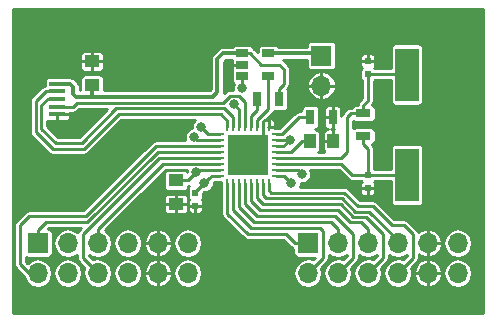
<source format=gtl>
G04 #@! TF.GenerationSoftware,KiCad,Pcbnew,(2017-01-20 revision 550a1ea4d)-master*
G04 #@! TF.CreationDate,2017-01-26T21:32:20+07:00*
G04 #@! TF.ProjectId,ULPI_PMOD,554C50495F504D4F442E6B696361645F,rev?*
G04 #@! TF.FileFunction,Copper,L1,Top,Signal*
G04 #@! TF.FilePolarity,Positive*
%FSLAX46Y46*%
G04 Gerber Fmt 4.6, Leading zero omitted, Abs format (unit mm)*
G04 Created by KiCad (PCBNEW (2017-01-20 revision 550a1ea4d)-master) date Thu Jan 26 21:32:20 2017*
%MOMM*%
%LPD*%
G01*
G04 APERTURE LIST*
%ADD10C,0.100000*%
%ADD11O,1.550000X1.000000*%
%ADD12O,0.950000X1.250000*%
%ADD13R,1.350000X0.400000*%
%ADD14R,2.000000X4.500000*%
%ADD15R,0.500000X0.600000*%
%ADD16R,1.000000X1.250000*%
%ADD17R,1.250000X1.000000*%
%ADD18O,1.700000X1.700000*%
%ADD19R,1.700000X1.700000*%
%ADD20R,0.700000X1.300000*%
%ADD21R,1.300000X0.700000*%
%ADD22R,1.060000X0.650000*%
%ADD23R,1.725000X1.725000*%
%ADD24R,0.700000X0.250000*%
%ADD25R,0.250000X0.700000*%
%ADD26C,0.800000*%
%ADD27C,0.250000*%
%ADD28C,0.375000*%
G04 APERTURE END LIST*
D10*
D11*
X75150000Y-67500000D03*
X75150000Y-60500000D03*
D12*
X77850000Y-66500000D03*
X77850000Y-61500000D03*
D13*
X77850000Y-65300000D03*
X77850000Y-64650000D03*
X77850000Y-64000000D03*
X77850000Y-63350000D03*
X77850000Y-62700000D03*
D14*
X107442000Y-70417000D03*
X107442000Y-61917000D03*
D15*
X89535000Y-73025000D03*
X89535000Y-71925000D03*
D16*
X99203000Y-67564000D03*
X101203000Y-67564000D03*
D17*
X87884000Y-72882000D03*
X87884000Y-70882000D03*
X80800000Y-60800000D03*
X80800000Y-62800000D03*
D15*
X104140000Y-60791000D03*
X104140000Y-61891000D03*
X104140000Y-70443000D03*
X104140000Y-71543000D03*
D18*
X100203000Y-62865000D03*
D19*
X100203000Y-60325000D03*
D20*
X96647000Y-64008000D03*
X94747000Y-64008000D03*
D21*
X103759000Y-67117000D03*
X103759000Y-65217000D03*
D20*
X101150000Y-65532000D03*
X99250000Y-65532000D03*
D22*
X95715000Y-60137000D03*
X95715000Y-62037000D03*
X93515000Y-62037000D03*
X93515000Y-61087000D03*
X93515000Y-60137000D03*
D23*
X94842500Y-67871000D03*
X93117500Y-67871000D03*
X94842500Y-69596000D03*
X93117500Y-69596000D03*
D24*
X96380000Y-66983500D03*
X96380000Y-67483500D03*
X96380000Y-67983500D03*
X96380000Y-68483500D03*
X96380000Y-68983500D03*
X96380000Y-69483500D03*
X96380000Y-69983500D03*
X96380000Y-70483500D03*
D25*
X95730000Y-71133500D03*
X95230000Y-71133500D03*
X94730000Y-71133500D03*
X94230000Y-71133500D03*
X93730000Y-71133500D03*
X93230000Y-71133500D03*
X92730000Y-71133500D03*
X92230000Y-71133500D03*
D24*
X91580000Y-70483500D03*
X91580000Y-69983500D03*
X91580000Y-69483500D03*
X91580000Y-68983500D03*
X91580000Y-68483500D03*
X91580000Y-67983500D03*
X91580000Y-67483500D03*
X91580000Y-66983500D03*
D25*
X92230000Y-66333500D03*
X92730000Y-66333500D03*
X93230000Y-66333500D03*
X93730000Y-66333500D03*
X94230000Y-66333500D03*
X94730000Y-66333500D03*
X95230000Y-66333500D03*
X95730000Y-66333500D03*
D19*
X76200000Y-76200000D03*
D18*
X76200000Y-78740000D03*
X78740000Y-76200000D03*
X78740000Y-78740000D03*
X81280000Y-76200000D03*
X81280000Y-78740000D03*
X83820000Y-76200000D03*
X83820000Y-78740000D03*
X86360000Y-76200000D03*
X86360000Y-78740000D03*
X88900000Y-76200000D03*
X88900000Y-78740000D03*
X111760000Y-78740000D03*
X111760000Y-76200000D03*
X109220000Y-78740000D03*
X109220000Y-76200000D03*
X106680000Y-78740000D03*
X106680000Y-76200000D03*
X104140000Y-78740000D03*
X104140000Y-76200000D03*
X101600000Y-78740000D03*
X101600000Y-76200000D03*
X99060000Y-78740000D03*
D19*
X99060000Y-76200000D03*
D26*
X96600000Y-65400000D03*
X92329000Y-61087000D03*
X97663000Y-71120000D03*
X90297000Y-71120000D03*
X92778153Y-64447847D03*
X97536000Y-67437010D03*
X89599994Y-70200000D03*
X98552000Y-70358000D03*
X89993438Y-66371442D03*
X89400000Y-67200000D03*
X93496430Y-63067267D03*
D27*
X95730000Y-66333500D02*
X95730000Y-65670000D01*
X95730000Y-65670000D02*
X96000000Y-65400000D01*
X96000000Y-65400000D02*
X96600000Y-65400000D01*
X95730000Y-66333500D02*
X95730000Y-65885000D01*
X95730000Y-65885000D02*
X95631000Y-65786000D01*
X95631000Y-65786000D02*
X95378410Y-65786000D01*
X95230000Y-65934410D02*
X95230000Y-66333500D01*
X95378410Y-65786000D02*
X95230000Y-65934410D01*
X93515000Y-61087000D02*
X92329000Y-61087000D01*
X95230000Y-66333500D02*
X95230000Y-67483500D01*
X95230000Y-67483500D02*
X94842500Y-67871000D01*
X96380000Y-70483500D02*
X97026500Y-70483500D01*
X97026500Y-70483500D02*
X97663000Y-71120000D01*
X90696999Y-70720001D02*
X90297000Y-71120000D01*
X90933500Y-70483500D02*
X90696999Y-70720001D01*
X89535000Y-71875000D02*
X90290000Y-71120000D01*
X90290000Y-71120000D02*
X90297000Y-71120000D01*
X89535000Y-71925000D02*
X89535000Y-71875000D01*
X91580000Y-70483500D02*
X90933500Y-70483500D01*
X93230000Y-66333500D02*
X93230000Y-64899694D01*
X93230000Y-64899694D02*
X92778153Y-64447847D01*
X96380000Y-67983500D02*
X96989510Y-67983500D01*
X96989510Y-67983500D02*
X97536000Y-67437010D01*
X97489510Y-67483500D02*
X97536000Y-67437010D01*
X96380000Y-67483500D02*
X97489510Y-67483500D01*
X96380000Y-67483500D02*
X96980000Y-67483500D01*
X96380000Y-68483500D02*
X97632500Y-68483500D01*
X98552000Y-67564000D02*
X99203000Y-67564000D01*
X97632500Y-68483500D02*
X98552000Y-67564000D01*
X89816494Y-69983500D02*
X89599994Y-70200000D01*
X89199995Y-70599999D02*
X89599994Y-70200000D01*
X87884000Y-70882000D02*
X88917994Y-70882000D01*
X88917994Y-70882000D02*
X89199995Y-70599999D01*
X91580000Y-69983500D02*
X89816494Y-69983500D01*
X98552000Y-70358000D02*
X98177500Y-69983500D01*
X98177500Y-69983500D02*
X96380000Y-69983500D01*
D28*
X93515000Y-60137000D02*
X91863000Y-60137000D01*
X91863000Y-60137000D02*
X91400000Y-60600000D01*
X91400000Y-60600000D02*
X91400000Y-63400000D01*
X91400000Y-63400000D02*
X90988520Y-63811480D01*
X90988520Y-63811480D02*
X80800000Y-63811480D01*
X80800000Y-63811480D02*
X79411480Y-63811480D01*
X80800000Y-62800000D02*
X80800000Y-63675000D01*
X80800000Y-63675000D02*
X80800000Y-63811480D01*
X79200000Y-63000000D02*
X78900000Y-62700000D01*
X79411480Y-63811480D02*
X79200000Y-63600000D01*
X79200000Y-63600000D02*
X79200000Y-63000000D01*
X78900000Y-62700000D02*
X77850000Y-62700000D01*
D27*
X96647000Y-64008000D02*
X96647000Y-63108000D01*
X96647000Y-63108000D02*
X97017000Y-62738000D01*
X94173000Y-60137000D02*
X93515000Y-60137000D01*
X97017000Y-62738000D02*
X97028000Y-62738000D01*
X97028000Y-62738000D02*
X97028000Y-61468000D01*
X97028000Y-61468000D02*
X96647000Y-61087000D01*
X96647000Y-61087000D02*
X95123000Y-61087000D01*
X95123000Y-61087000D02*
X94173000Y-60137000D01*
X103759000Y-65217000D02*
X102677000Y-65217000D01*
X102677000Y-65217000D02*
X102362000Y-65532000D01*
X102362000Y-65532000D02*
X102362000Y-68453000D01*
X96980000Y-68983500D02*
X96380000Y-68983500D01*
X102362000Y-68453000D02*
X101831500Y-68983500D01*
X101831500Y-68983500D02*
X96980000Y-68983500D01*
X104140000Y-61891000D02*
X107416000Y-61891000D01*
X107416000Y-61891000D02*
X107442000Y-61917000D01*
X104140000Y-61891000D02*
X104140000Y-64135000D01*
X104140000Y-64135000D02*
X103759000Y-64516000D01*
X103759000Y-64516000D02*
X103759000Y-65217000D01*
X104293000Y-61917000D02*
X104267000Y-61891000D01*
X103759000Y-67117000D02*
X103759000Y-67818000D01*
X103759000Y-67818000D02*
X104140000Y-68199000D01*
X104140000Y-68199000D02*
X104140000Y-70485000D01*
X104140000Y-70485000D02*
X104140000Y-70443000D01*
X104140000Y-70443000D02*
X102828000Y-70443000D01*
X102828000Y-70443000D02*
X101868500Y-69483500D01*
X101868500Y-69483500D02*
X96980000Y-69483500D01*
X96980000Y-69483500D02*
X96380000Y-69483500D01*
X107442000Y-70417000D02*
X104166000Y-70417000D01*
X104166000Y-70417000D02*
X104140000Y-70443000D01*
D28*
X95715000Y-60137000D02*
X100015000Y-60137000D01*
X100015000Y-60137000D02*
X100203000Y-60325000D01*
D27*
X93730000Y-66333500D02*
X93730000Y-64266000D01*
X93730000Y-64266000D02*
X93186846Y-63722846D01*
X93186846Y-63722846D02*
X92430152Y-63722846D01*
X91829008Y-64323990D02*
X79476010Y-64323990D01*
X92430152Y-63722846D02*
X91829008Y-64323990D01*
X79476010Y-64323990D02*
X79150000Y-64650000D01*
X79150000Y-64650000D02*
X77850000Y-64650000D01*
X80389590Y-74422000D02*
X86328090Y-68483500D01*
X86328090Y-68483500D02*
X91580000Y-68483500D01*
X76200000Y-76200000D02*
X76200000Y-75100000D01*
X76200000Y-75100000D02*
X76878000Y-74422000D01*
X76878000Y-74422000D02*
X80389590Y-74422000D01*
X81280000Y-74997919D02*
X81280000Y-76200000D01*
X86802928Y-69474991D02*
X81280000Y-74997919D01*
X90980000Y-69483500D02*
X90971491Y-69474991D01*
X90971491Y-69474991D02*
X86802928Y-69474991D01*
X91580000Y-69483500D02*
X90980000Y-69483500D01*
X90605496Y-66983500D02*
X90393437Y-66771441D01*
X90393437Y-66771441D02*
X89993438Y-66371442D01*
X91580000Y-66983500D02*
X90605496Y-66983500D01*
X76200000Y-78740000D02*
X75438000Y-78740000D01*
X75438000Y-78740000D02*
X74676000Y-77978000D01*
X74676000Y-77978000D02*
X74676000Y-74676000D01*
X80261180Y-73914000D02*
X86191680Y-67983500D01*
X74676000Y-74676000D02*
X75438000Y-73914000D01*
X75438000Y-73914000D02*
X80261180Y-73914000D01*
X86191680Y-67983500D02*
X91580000Y-67983500D01*
X91580000Y-68983500D02*
X86464500Y-68983500D01*
X80010000Y-77470000D02*
X80430001Y-77890001D01*
X86464500Y-68983500D02*
X80010000Y-75438000D01*
X80010000Y-75438000D02*
X80010000Y-77470000D01*
X80430001Y-77890001D02*
X81280000Y-78740000D01*
X107529999Y-77890001D02*
X106680000Y-78740000D01*
X104567970Y-73071970D02*
X106172000Y-74676000D01*
X102139990Y-71939990D02*
X103271970Y-73071970D01*
X95730000Y-71733500D02*
X95936490Y-71939990D01*
X106172000Y-74676000D02*
X107188000Y-74676000D01*
X107950000Y-75438000D02*
X107950000Y-77470000D01*
X95730000Y-71133500D02*
X95730000Y-71733500D01*
X95936490Y-71939990D02*
X102139990Y-71939990D01*
X103271970Y-73071970D02*
X104567970Y-73071970D01*
X107188000Y-74676000D02*
X107950000Y-75438000D01*
X107950000Y-77470000D02*
X107529999Y-77890001D01*
X95230000Y-71133500D02*
X95230000Y-72116000D01*
X103085570Y-73521981D02*
X104255981Y-73521981D01*
X95230000Y-72116000D02*
X95504000Y-72390000D01*
X95504000Y-72390000D02*
X101953591Y-72390001D01*
X101953591Y-72390001D02*
X103085570Y-73521981D01*
X104255981Y-73521981D02*
X106680000Y-75946000D01*
X106680000Y-75946000D02*
X106680000Y-76200000D01*
X104989999Y-77890001D02*
X104140000Y-78740000D01*
X95250000Y-72898000D02*
X101825180Y-72898000D01*
X105410000Y-77470000D02*
X104989999Y-77890001D01*
X105410000Y-75438000D02*
X105410000Y-77470000D01*
X103943992Y-73971992D02*
X105410000Y-75438000D01*
X101825180Y-72898000D02*
X102899170Y-73971992D01*
X102899170Y-73971992D02*
X103943992Y-73971992D01*
X94730000Y-71133500D02*
X94730000Y-72378000D01*
X94730000Y-72378000D02*
X95250000Y-72898000D01*
X94230000Y-71133500D02*
X94230000Y-72640000D01*
X94230000Y-72640000D02*
X94996000Y-73406000D01*
X94996000Y-73406000D02*
X101600000Y-73406000D01*
X101600000Y-73406000D02*
X102616000Y-74422000D01*
X102616000Y-74422000D02*
X103564081Y-74422000D01*
X103564081Y-74422000D02*
X104140000Y-74997919D01*
X104140000Y-74997919D02*
X104140000Y-76200000D01*
X93730000Y-71133500D02*
X93730000Y-72902000D01*
X102449999Y-77890001D02*
X101600000Y-78740000D01*
X93730000Y-72902000D02*
X94742000Y-73914000D01*
X102870000Y-75438000D02*
X102870000Y-77470000D01*
X94742000Y-73914000D02*
X101346000Y-73914000D01*
X101346000Y-73914000D02*
X102870000Y-75438000D01*
X102870000Y-77470000D02*
X102449999Y-77890001D01*
X93230000Y-71133500D02*
X93230000Y-73164000D01*
X93230000Y-73164000D02*
X94488000Y-74422000D01*
X94488000Y-74422000D02*
X101024081Y-74422000D01*
X101024081Y-74422000D02*
X101600000Y-74997919D01*
X101600000Y-74997919D02*
X101600000Y-76200000D01*
X92730000Y-71133500D02*
X92730000Y-73426000D01*
X92730000Y-73426000D02*
X94234000Y-74930000D01*
X94234000Y-74930000D02*
X100076000Y-74930000D01*
X100076000Y-74930000D02*
X100330000Y-75184000D01*
X100330000Y-75184000D02*
X100330000Y-77470000D01*
X100330000Y-77470000D02*
X99060000Y-78740000D01*
X99060000Y-76200000D02*
X97960000Y-76200000D01*
X97198000Y-75438000D02*
X93980000Y-75438000D01*
X97960000Y-76200000D02*
X97198000Y-75438000D01*
X93980000Y-75438000D02*
X92230000Y-73688000D01*
X92230000Y-73688000D02*
X92230000Y-71133500D01*
X94230000Y-66333500D02*
X94230000Y-65425000D01*
X94230000Y-65425000D02*
X94747000Y-64908000D01*
X94747000Y-64908000D02*
X94747000Y-64008000D01*
X96380000Y-66983500D02*
X96846500Y-66983500D01*
X98653000Y-65532000D02*
X99253000Y-65532000D01*
X96846500Y-66983500D02*
X98298000Y-65532000D01*
X98298000Y-65532000D02*
X98653000Y-65532000D01*
X94730000Y-66333500D02*
X94730000Y-65798000D01*
X94730000Y-65798000D02*
X95715000Y-64813000D01*
X95715000Y-64813000D02*
X95715000Y-62612000D01*
X95715000Y-62612000D02*
X95715000Y-62037000D01*
X89683500Y-67483500D02*
X89400000Y-67200000D01*
X91580000Y-67483500D02*
X89683500Y-67483500D01*
X93496430Y-63067267D02*
X93496430Y-62055570D01*
X93496430Y-62055570D02*
X93515000Y-62037000D01*
X92730000Y-66333500D02*
X92730000Y-65530000D01*
X92730000Y-65530000D02*
X91974000Y-64774000D01*
X91974000Y-64774000D02*
X82827448Y-64774000D01*
X77039998Y-64000000D02*
X77850000Y-64000000D01*
X82827448Y-64774000D02*
X79906448Y-67695000D01*
X77695000Y-67695000D02*
X76500000Y-66500000D01*
X79906448Y-67695000D02*
X77695000Y-67695000D01*
X76500000Y-66500000D02*
X76500000Y-64539998D01*
X76500000Y-64539998D02*
X77039998Y-64000000D01*
X92230000Y-66333500D02*
X92230000Y-65830000D01*
X92230000Y-65830000D02*
X91674000Y-65274000D01*
X76000010Y-66750010D02*
X76000010Y-64199990D01*
X91674000Y-65274000D02*
X83034552Y-65274000D01*
X76850000Y-63350000D02*
X77310000Y-63350000D01*
X83034552Y-65274000D02*
X80113552Y-68195000D01*
X80113552Y-68195000D02*
X77445000Y-68195000D01*
X77445000Y-68195000D02*
X76000010Y-66750010D01*
X76000010Y-64199990D02*
X76850000Y-63350000D01*
X77310000Y-63350000D02*
X77850000Y-63350000D01*
G36*
X113846000Y-82096000D02*
X74114000Y-82096000D01*
X74114000Y-74676000D01*
X74172000Y-74676000D01*
X74172000Y-77978000D01*
X74210365Y-78170873D01*
X74319618Y-78334382D01*
X75026045Y-79040809D01*
X75064552Y-79234396D01*
X75330966Y-79633112D01*
X75729682Y-79899526D01*
X76200000Y-79993078D01*
X76670318Y-79899526D01*
X77069034Y-79633112D01*
X77335448Y-79234396D01*
X77429000Y-78764078D01*
X77429000Y-78715922D01*
X77511000Y-78715922D01*
X77511000Y-78764078D01*
X77604552Y-79234396D01*
X77870966Y-79633112D01*
X78269682Y-79899526D01*
X78740000Y-79993078D01*
X79210318Y-79899526D01*
X79609034Y-79633112D01*
X79875448Y-79234396D01*
X79969000Y-78764078D01*
X79969000Y-78715922D01*
X79875448Y-78245604D01*
X79609034Y-77846888D01*
X79210318Y-77580474D01*
X78740000Y-77486922D01*
X78269682Y-77580474D01*
X77870966Y-77846888D01*
X77604552Y-78245604D01*
X77511000Y-78715922D01*
X77429000Y-78715922D01*
X77335448Y-78245604D01*
X77069034Y-77846888D01*
X76670318Y-77580474D01*
X76200000Y-77486922D01*
X75729682Y-77580474D01*
X75330966Y-77846888D01*
X75301600Y-77890836D01*
X75180000Y-77769236D01*
X75180000Y-77392229D01*
X75202122Y-77407010D01*
X75350000Y-77436425D01*
X77050000Y-77436425D01*
X77197878Y-77407010D01*
X77323244Y-77323244D01*
X77407010Y-77197878D01*
X77436425Y-77050000D01*
X77436425Y-75350000D01*
X77407010Y-75202122D01*
X77323244Y-75076756D01*
X77197878Y-74992990D01*
X77050000Y-74963575D01*
X77049189Y-74963575D01*
X77086764Y-74926000D01*
X79809236Y-74926000D01*
X79653618Y-75081618D01*
X79544365Y-75245127D01*
X79544365Y-75245128D01*
X79541108Y-75261501D01*
X79210318Y-75040474D01*
X78740000Y-74946922D01*
X78269682Y-75040474D01*
X77870966Y-75306888D01*
X77604552Y-75705604D01*
X77511000Y-76175922D01*
X77511000Y-76224078D01*
X77604552Y-76694396D01*
X77870966Y-77093112D01*
X78269682Y-77359526D01*
X78740000Y-77453078D01*
X79210318Y-77359526D01*
X79506000Y-77161957D01*
X79506000Y-77470000D01*
X79544365Y-77662873D01*
X79653618Y-77826382D01*
X80132654Y-78305418D01*
X80051000Y-78715922D01*
X80051000Y-78764078D01*
X80144552Y-79234396D01*
X80410966Y-79633112D01*
X80809682Y-79899526D01*
X81280000Y-79993078D01*
X81750318Y-79899526D01*
X82149034Y-79633112D01*
X82415448Y-79234396D01*
X82509000Y-78764078D01*
X82509000Y-78715922D01*
X82591000Y-78715922D01*
X82591000Y-78764078D01*
X82684552Y-79234396D01*
X82950966Y-79633112D01*
X83349682Y-79899526D01*
X83820000Y-79993078D01*
X84290318Y-79899526D01*
X84689034Y-79633112D01*
X84955448Y-79234396D01*
X85015154Y-78934233D01*
X85146445Y-78934233D01*
X85313151Y-79383855D01*
X85639230Y-79735456D01*
X86075040Y-79935508D01*
X86165767Y-79953554D01*
X86358000Y-79874248D01*
X86358000Y-78742000D01*
X86362000Y-78742000D01*
X86362000Y-79874248D01*
X86554233Y-79953554D01*
X86644960Y-79935508D01*
X87080770Y-79735456D01*
X87406849Y-79383855D01*
X87573555Y-78934233D01*
X87494249Y-78742000D01*
X86362000Y-78742000D01*
X86358000Y-78742000D01*
X85225751Y-78742000D01*
X85146445Y-78934233D01*
X85015154Y-78934233D01*
X85049000Y-78764078D01*
X85049000Y-78715922D01*
X85015155Y-78545767D01*
X85146445Y-78545767D01*
X85225751Y-78738000D01*
X86358000Y-78738000D01*
X86358000Y-77605752D01*
X86362000Y-77605752D01*
X86362000Y-78738000D01*
X87494249Y-78738000D01*
X87503357Y-78715922D01*
X87671000Y-78715922D01*
X87671000Y-78764078D01*
X87764552Y-79234396D01*
X88030966Y-79633112D01*
X88429682Y-79899526D01*
X88900000Y-79993078D01*
X89370318Y-79899526D01*
X89769034Y-79633112D01*
X90035448Y-79234396D01*
X90129000Y-78764078D01*
X90129000Y-78715922D01*
X90035448Y-78245604D01*
X89769034Y-77846888D01*
X89370318Y-77580474D01*
X88900000Y-77486922D01*
X88429682Y-77580474D01*
X88030966Y-77846888D01*
X87764552Y-78245604D01*
X87671000Y-78715922D01*
X87503357Y-78715922D01*
X87573555Y-78545767D01*
X87406849Y-78096145D01*
X87080770Y-77744544D01*
X86644960Y-77544492D01*
X86554233Y-77526446D01*
X86362000Y-77605752D01*
X86358000Y-77605752D01*
X86165767Y-77526446D01*
X86075040Y-77544492D01*
X85639230Y-77744544D01*
X85313151Y-78096145D01*
X85146445Y-78545767D01*
X85015155Y-78545767D01*
X84955448Y-78245604D01*
X84689034Y-77846888D01*
X84290318Y-77580474D01*
X83820000Y-77486922D01*
X83349682Y-77580474D01*
X82950966Y-77846888D01*
X82684552Y-78245604D01*
X82591000Y-78715922D01*
X82509000Y-78715922D01*
X82415448Y-78245604D01*
X82149034Y-77846888D01*
X81750318Y-77580474D01*
X81280000Y-77486922D01*
X80829330Y-77576566D01*
X80514000Y-77261236D01*
X80514000Y-77161957D01*
X80809682Y-77359526D01*
X81280000Y-77453078D01*
X81750318Y-77359526D01*
X82149034Y-77093112D01*
X82415448Y-76694396D01*
X82509000Y-76224078D01*
X82509000Y-76175922D01*
X82591000Y-76175922D01*
X82591000Y-76224078D01*
X82684552Y-76694396D01*
X82950966Y-77093112D01*
X83349682Y-77359526D01*
X83820000Y-77453078D01*
X84290318Y-77359526D01*
X84689034Y-77093112D01*
X84955448Y-76694396D01*
X85015154Y-76394233D01*
X85146445Y-76394233D01*
X85313151Y-76843855D01*
X85639230Y-77195456D01*
X86075040Y-77395508D01*
X86165767Y-77413554D01*
X86358000Y-77334248D01*
X86358000Y-76202000D01*
X86362000Y-76202000D01*
X86362000Y-77334248D01*
X86554233Y-77413554D01*
X86644960Y-77395508D01*
X87080770Y-77195456D01*
X87406849Y-76843855D01*
X87573555Y-76394233D01*
X87494249Y-76202000D01*
X86362000Y-76202000D01*
X86358000Y-76202000D01*
X85225751Y-76202000D01*
X85146445Y-76394233D01*
X85015154Y-76394233D01*
X85049000Y-76224078D01*
X85049000Y-76175922D01*
X85015155Y-76005767D01*
X85146445Y-76005767D01*
X85225751Y-76198000D01*
X86358000Y-76198000D01*
X86358000Y-75065752D01*
X86362000Y-75065752D01*
X86362000Y-76198000D01*
X87494249Y-76198000D01*
X87503357Y-76175922D01*
X87671000Y-76175922D01*
X87671000Y-76224078D01*
X87764552Y-76694396D01*
X88030966Y-77093112D01*
X88429682Y-77359526D01*
X88900000Y-77453078D01*
X89370318Y-77359526D01*
X89769034Y-77093112D01*
X90035448Y-76694396D01*
X90129000Y-76224078D01*
X90129000Y-76175922D01*
X90035448Y-75705604D01*
X89769034Y-75306888D01*
X89370318Y-75040474D01*
X88900000Y-74946922D01*
X88429682Y-75040474D01*
X88030966Y-75306888D01*
X87764552Y-75705604D01*
X87671000Y-76175922D01*
X87503357Y-76175922D01*
X87573555Y-76005767D01*
X87406849Y-75556145D01*
X87080770Y-75204544D01*
X86644960Y-75004492D01*
X86554233Y-74986446D01*
X86362000Y-75065752D01*
X86358000Y-75065752D01*
X86165767Y-74986446D01*
X86075040Y-75004492D01*
X85639230Y-75204544D01*
X85313151Y-75556145D01*
X85146445Y-76005767D01*
X85015155Y-76005767D01*
X84955448Y-75705604D01*
X84689034Y-75306888D01*
X84290318Y-75040474D01*
X83820000Y-74946922D01*
X83349682Y-75040474D01*
X82950966Y-75306888D01*
X82684552Y-75705604D01*
X82591000Y-76175922D01*
X82509000Y-76175922D01*
X82415448Y-75705604D01*
X82149034Y-75306888D01*
X81870144Y-75120539D01*
X84011933Y-72978750D01*
X86880000Y-72978750D01*
X86880000Y-73457388D01*
X86937699Y-73596686D01*
X87044314Y-73703301D01*
X87183612Y-73761000D01*
X87787250Y-73761000D01*
X87882000Y-73666250D01*
X87882000Y-72884000D01*
X87886000Y-72884000D01*
X87886000Y-73666250D01*
X87980750Y-73761000D01*
X88584388Y-73761000D01*
X88723686Y-73703301D01*
X88830301Y-73596686D01*
X88888000Y-73457388D01*
X88888000Y-73121750D01*
X88906000Y-73121750D01*
X88906000Y-73400388D01*
X88963699Y-73539686D01*
X89070314Y-73646301D01*
X89209612Y-73704000D01*
X89438250Y-73704000D01*
X89533000Y-73609250D01*
X89533000Y-73027000D01*
X89537000Y-73027000D01*
X89537000Y-73609250D01*
X89631750Y-73704000D01*
X89860388Y-73704000D01*
X89999686Y-73646301D01*
X90106301Y-73539686D01*
X90164000Y-73400388D01*
X90164000Y-73121750D01*
X90069250Y-73027000D01*
X89537000Y-73027000D01*
X89533000Y-73027000D01*
X89000750Y-73027000D01*
X88906000Y-73121750D01*
X88888000Y-73121750D01*
X88888000Y-72978750D01*
X88793250Y-72884000D01*
X87886000Y-72884000D01*
X87882000Y-72884000D01*
X86974750Y-72884000D01*
X86880000Y-72978750D01*
X84011933Y-72978750D01*
X84684071Y-72306612D01*
X86880000Y-72306612D01*
X86880000Y-72785250D01*
X86974750Y-72880000D01*
X87882000Y-72880000D01*
X87882000Y-72097750D01*
X87886000Y-72097750D01*
X87886000Y-72880000D01*
X88793250Y-72880000D01*
X88888000Y-72785250D01*
X88888000Y-72306612D01*
X88830301Y-72167314D01*
X88723686Y-72060699D01*
X88584388Y-72003000D01*
X87980750Y-72003000D01*
X87886000Y-72097750D01*
X87882000Y-72097750D01*
X87787250Y-72003000D01*
X87183612Y-72003000D01*
X87044314Y-72060699D01*
X86937699Y-72167314D01*
X86880000Y-72306612D01*
X84684071Y-72306612D01*
X87011692Y-69978991D01*
X88848276Y-69978991D01*
X88821129Y-70044367D01*
X88821022Y-70166792D01*
X88782244Y-70108756D01*
X88656878Y-70024990D01*
X88509000Y-69995575D01*
X87259000Y-69995575D01*
X87111122Y-70024990D01*
X86985756Y-70108756D01*
X86901990Y-70234122D01*
X86872575Y-70382000D01*
X86872575Y-71382000D01*
X86901990Y-71529878D01*
X86985756Y-71655244D01*
X87111122Y-71739010D01*
X87259000Y-71768425D01*
X88509000Y-71768425D01*
X88656878Y-71739010D01*
X88782244Y-71655244D01*
X88866010Y-71529878D01*
X88894629Y-71386000D01*
X88917994Y-71386000D01*
X88999740Y-71369740D01*
X88927990Y-71477122D01*
X88898575Y-71625000D01*
X88898575Y-72225000D01*
X88927990Y-72372878D01*
X88997342Y-72476671D01*
X88963699Y-72510314D01*
X88906000Y-72649612D01*
X88906000Y-72928250D01*
X89000750Y-73023000D01*
X89533000Y-73023000D01*
X89533000Y-73003000D01*
X89537000Y-73003000D01*
X89537000Y-73023000D01*
X90069250Y-73023000D01*
X90164000Y-72928250D01*
X90164000Y-72649612D01*
X90106301Y-72510314D01*
X90072658Y-72476671D01*
X90142010Y-72372878D01*
X90171425Y-72225000D01*
X90171425Y-71951339D01*
X90223827Y-71898937D01*
X90451273Y-71899135D01*
X90737692Y-71780790D01*
X90957019Y-71561844D01*
X91075865Y-71275633D01*
X91076058Y-71053706D01*
X91142264Y-70987500D01*
X91192672Y-70987500D01*
X91230000Y-70994925D01*
X91718575Y-70994925D01*
X91718575Y-71483500D01*
X91726000Y-71520828D01*
X91726000Y-73688000D01*
X91764365Y-73880873D01*
X91873618Y-74044382D01*
X93623618Y-75794382D01*
X93787128Y-75903635D01*
X93980000Y-75942000D01*
X96989236Y-75942000D01*
X97603618Y-76556382D01*
X97767128Y-76665635D01*
X97823575Y-76676863D01*
X97823575Y-77050000D01*
X97852990Y-77197878D01*
X97936756Y-77323244D01*
X98062122Y-77407010D01*
X98210000Y-77436425D01*
X99650811Y-77436425D01*
X99510670Y-77576566D01*
X99060000Y-77486922D01*
X98589682Y-77580474D01*
X98190966Y-77846888D01*
X97924552Y-78245604D01*
X97831000Y-78715922D01*
X97831000Y-78764078D01*
X97924552Y-79234396D01*
X98190966Y-79633112D01*
X98589682Y-79899526D01*
X99060000Y-79993078D01*
X99530318Y-79899526D01*
X99929034Y-79633112D01*
X100195448Y-79234396D01*
X100289000Y-78764078D01*
X100289000Y-78715922D01*
X100207346Y-78305418D01*
X100686382Y-77826382D01*
X100795635Y-77662873D01*
X100834000Y-77470000D01*
X100834000Y-77161957D01*
X101129682Y-77359526D01*
X101600000Y-77453078D01*
X102070318Y-77359526D01*
X102366000Y-77161957D01*
X102366000Y-77261236D01*
X102050670Y-77576566D01*
X101600000Y-77486922D01*
X101129682Y-77580474D01*
X100730966Y-77846888D01*
X100464552Y-78245604D01*
X100371000Y-78715922D01*
X100371000Y-78764078D01*
X100464552Y-79234396D01*
X100730966Y-79633112D01*
X101129682Y-79899526D01*
X101600000Y-79993078D01*
X102070318Y-79899526D01*
X102469034Y-79633112D01*
X102735448Y-79234396D01*
X102829000Y-78764078D01*
X102829000Y-78715922D01*
X102747346Y-78305418D01*
X103226382Y-77826382D01*
X103335635Y-77662873D01*
X103374000Y-77470000D01*
X103374000Y-77161957D01*
X103669682Y-77359526D01*
X104140000Y-77453078D01*
X104610318Y-77359526D01*
X104906000Y-77161957D01*
X104906000Y-77261236D01*
X104590670Y-77576566D01*
X104140000Y-77486922D01*
X103669682Y-77580474D01*
X103270966Y-77846888D01*
X103004552Y-78245604D01*
X102911000Y-78715922D01*
X102911000Y-78764078D01*
X103004552Y-79234396D01*
X103270966Y-79633112D01*
X103669682Y-79899526D01*
X104140000Y-79993078D01*
X104610318Y-79899526D01*
X105009034Y-79633112D01*
X105275448Y-79234396D01*
X105369000Y-78764078D01*
X105369000Y-78715922D01*
X105287346Y-78305418D01*
X105766382Y-77826382D01*
X105875635Y-77662873D01*
X105914000Y-77470000D01*
X105914000Y-77161957D01*
X106209682Y-77359526D01*
X106680000Y-77453078D01*
X107150318Y-77359526D01*
X107446000Y-77161957D01*
X107446000Y-77261236D01*
X107130670Y-77576566D01*
X106680000Y-77486922D01*
X106209682Y-77580474D01*
X105810966Y-77846888D01*
X105544552Y-78245604D01*
X105451000Y-78715922D01*
X105451000Y-78764078D01*
X105544552Y-79234396D01*
X105810966Y-79633112D01*
X106209682Y-79899526D01*
X106680000Y-79993078D01*
X107150318Y-79899526D01*
X107549034Y-79633112D01*
X107815448Y-79234396D01*
X107875154Y-78934233D01*
X108006445Y-78934233D01*
X108173151Y-79383855D01*
X108499230Y-79735456D01*
X108935040Y-79935508D01*
X109025767Y-79953554D01*
X109218000Y-79874248D01*
X109218000Y-78742000D01*
X109222000Y-78742000D01*
X109222000Y-79874248D01*
X109414233Y-79953554D01*
X109504960Y-79935508D01*
X109940770Y-79735456D01*
X110266849Y-79383855D01*
X110433555Y-78934233D01*
X110354249Y-78742000D01*
X109222000Y-78742000D01*
X109218000Y-78742000D01*
X108085751Y-78742000D01*
X108006445Y-78934233D01*
X107875154Y-78934233D01*
X107909000Y-78764078D01*
X107909000Y-78715922D01*
X107875155Y-78545767D01*
X108006445Y-78545767D01*
X108085751Y-78738000D01*
X109218000Y-78738000D01*
X109218000Y-77605752D01*
X109222000Y-77605752D01*
X109222000Y-78738000D01*
X110354249Y-78738000D01*
X110363357Y-78715922D01*
X110531000Y-78715922D01*
X110531000Y-78764078D01*
X110624552Y-79234396D01*
X110890966Y-79633112D01*
X111289682Y-79899526D01*
X111760000Y-79993078D01*
X112230318Y-79899526D01*
X112629034Y-79633112D01*
X112895448Y-79234396D01*
X112989000Y-78764078D01*
X112989000Y-78715922D01*
X112895448Y-78245604D01*
X112629034Y-77846888D01*
X112230318Y-77580474D01*
X111760000Y-77486922D01*
X111289682Y-77580474D01*
X110890966Y-77846888D01*
X110624552Y-78245604D01*
X110531000Y-78715922D01*
X110363357Y-78715922D01*
X110433555Y-78545767D01*
X110266849Y-78096145D01*
X109940770Y-77744544D01*
X109504960Y-77544492D01*
X109414233Y-77526446D01*
X109222000Y-77605752D01*
X109218000Y-77605752D01*
X109025767Y-77526446D01*
X108935040Y-77544492D01*
X108499230Y-77744544D01*
X108173151Y-78096145D01*
X108006445Y-78545767D01*
X107875155Y-78545767D01*
X107827346Y-78305418D01*
X108306382Y-77826382D01*
X108415635Y-77662873D01*
X108454000Y-77470000D01*
X108454000Y-77146686D01*
X108499230Y-77195456D01*
X108935040Y-77395508D01*
X109025767Y-77413554D01*
X109218000Y-77334248D01*
X109218000Y-76202000D01*
X109222000Y-76202000D01*
X109222000Y-77334248D01*
X109414233Y-77413554D01*
X109504960Y-77395508D01*
X109940770Y-77195456D01*
X110266849Y-76843855D01*
X110433555Y-76394233D01*
X110354249Y-76202000D01*
X109222000Y-76202000D01*
X109218000Y-76202000D01*
X109198000Y-76202000D01*
X109198000Y-76198000D01*
X109218000Y-76198000D01*
X109218000Y-75065752D01*
X109222000Y-75065752D01*
X109222000Y-76198000D01*
X110354249Y-76198000D01*
X110363357Y-76175922D01*
X110531000Y-76175922D01*
X110531000Y-76224078D01*
X110624552Y-76694396D01*
X110890966Y-77093112D01*
X111289682Y-77359526D01*
X111760000Y-77453078D01*
X112230318Y-77359526D01*
X112629034Y-77093112D01*
X112895448Y-76694396D01*
X112989000Y-76224078D01*
X112989000Y-76175922D01*
X112895448Y-75705604D01*
X112629034Y-75306888D01*
X112230318Y-75040474D01*
X111760000Y-74946922D01*
X111289682Y-75040474D01*
X110890966Y-75306888D01*
X110624552Y-75705604D01*
X110531000Y-76175922D01*
X110363357Y-76175922D01*
X110433555Y-76005767D01*
X110266849Y-75556145D01*
X109940770Y-75204544D01*
X109504960Y-75004492D01*
X109414233Y-74986446D01*
X109222000Y-75065752D01*
X109218000Y-75065752D01*
X109025767Y-74986446D01*
X108935040Y-75004492D01*
X108499230Y-75204544D01*
X108423751Y-75285930D01*
X108415635Y-75245128D01*
X108306382Y-75081618D01*
X107544382Y-74319618D01*
X107380873Y-74210365D01*
X107188000Y-74172000D01*
X106380764Y-74172000D01*
X104924352Y-72715588D01*
X104760843Y-72606335D01*
X104567970Y-72567970D01*
X103480733Y-72567970D01*
X102552514Y-71639750D01*
X103511000Y-71639750D01*
X103511000Y-71918388D01*
X103568699Y-72057686D01*
X103675314Y-72164301D01*
X103814612Y-72222000D01*
X104043250Y-72222000D01*
X104138000Y-72127250D01*
X104138000Y-71545000D01*
X104142000Y-71545000D01*
X104142000Y-72127250D01*
X104236750Y-72222000D01*
X104465388Y-72222000D01*
X104604686Y-72164301D01*
X104711301Y-72057686D01*
X104769000Y-71918388D01*
X104769000Y-71639750D01*
X104674250Y-71545000D01*
X104142000Y-71545000D01*
X104138000Y-71545000D01*
X103605750Y-71545000D01*
X103511000Y-71639750D01*
X102552514Y-71639750D01*
X102496372Y-71583608D01*
X102332863Y-71474355D01*
X102139990Y-71435990D01*
X98375279Y-71435990D01*
X98441865Y-71275633D01*
X98441986Y-71136905D01*
X98706273Y-71137135D01*
X98992692Y-71018790D01*
X99212019Y-70799844D01*
X99330865Y-70513633D01*
X99331135Y-70203727D01*
X99241793Y-69987500D01*
X101659736Y-69987500D01*
X102471618Y-70799382D01*
X102635127Y-70908635D01*
X102828000Y-70947000D01*
X103570489Y-70947000D01*
X103602342Y-70994671D01*
X103568699Y-71028314D01*
X103511000Y-71167612D01*
X103511000Y-71446250D01*
X103605750Y-71541000D01*
X104138000Y-71541000D01*
X104138000Y-71521000D01*
X104142000Y-71521000D01*
X104142000Y-71541000D01*
X104674250Y-71541000D01*
X104769000Y-71446250D01*
X104769000Y-71167612D01*
X104711301Y-71028314D01*
X104677658Y-70994671D01*
X104726883Y-70921000D01*
X106055575Y-70921000D01*
X106055575Y-72667000D01*
X106084990Y-72814878D01*
X106168756Y-72940244D01*
X106294122Y-73024010D01*
X106442000Y-73053425D01*
X108442000Y-73053425D01*
X108589878Y-73024010D01*
X108715244Y-72940244D01*
X108799010Y-72814878D01*
X108828425Y-72667000D01*
X108828425Y-68167000D01*
X108799010Y-68019122D01*
X108715244Y-67893756D01*
X108589878Y-67809990D01*
X108442000Y-67780575D01*
X106442000Y-67780575D01*
X106294122Y-67809990D01*
X106168756Y-67893756D01*
X106084990Y-68019122D01*
X106055575Y-68167000D01*
X106055575Y-69913000D01*
X104692138Y-69913000D01*
X104663244Y-69869756D01*
X104644000Y-69856898D01*
X104644000Y-68199000D01*
X104605635Y-68006128D01*
X104605635Y-68006127D01*
X104496382Y-67842618D01*
X104490898Y-67837134D01*
X104556878Y-67824010D01*
X104682244Y-67740244D01*
X104766010Y-67614878D01*
X104795425Y-67467000D01*
X104795425Y-66767000D01*
X104766010Y-66619122D01*
X104682244Y-66493756D01*
X104556878Y-66409990D01*
X104409000Y-66380575D01*
X103109000Y-66380575D01*
X102961122Y-66409990D01*
X102866000Y-66473548D01*
X102866000Y-65860452D01*
X102961122Y-65924010D01*
X103109000Y-65953425D01*
X104409000Y-65953425D01*
X104556878Y-65924010D01*
X104682244Y-65840244D01*
X104766010Y-65714878D01*
X104795425Y-65567000D01*
X104795425Y-64867000D01*
X104766010Y-64719122D01*
X104682244Y-64593756D01*
X104556878Y-64509990D01*
X104490898Y-64496866D01*
X104496382Y-64491382D01*
X104605635Y-64327873D01*
X104644000Y-64135000D01*
X104644000Y-62477102D01*
X104663244Y-62464244D01*
X104709511Y-62395000D01*
X106055575Y-62395000D01*
X106055575Y-64167000D01*
X106084990Y-64314878D01*
X106168756Y-64440244D01*
X106294122Y-64524010D01*
X106442000Y-64553425D01*
X108442000Y-64553425D01*
X108589878Y-64524010D01*
X108715244Y-64440244D01*
X108799010Y-64314878D01*
X108828425Y-64167000D01*
X108828425Y-59667000D01*
X108799010Y-59519122D01*
X108715244Y-59393756D01*
X108589878Y-59309990D01*
X108442000Y-59280575D01*
X106442000Y-59280575D01*
X106294122Y-59309990D01*
X106168756Y-59393756D01*
X106084990Y-59519122D01*
X106055575Y-59667000D01*
X106055575Y-61387000D01*
X104709511Y-61387000D01*
X104677658Y-61339329D01*
X104711301Y-61305686D01*
X104769000Y-61166388D01*
X104769000Y-60887750D01*
X104674250Y-60793000D01*
X104142000Y-60793000D01*
X104142000Y-60813000D01*
X104138000Y-60813000D01*
X104138000Y-60793000D01*
X103605750Y-60793000D01*
X103511000Y-60887750D01*
X103511000Y-61166388D01*
X103568699Y-61305686D01*
X103602342Y-61339329D01*
X103532990Y-61443122D01*
X103503575Y-61591000D01*
X103503575Y-62191000D01*
X103532990Y-62338878D01*
X103616756Y-62464244D01*
X103636000Y-62477102D01*
X103636000Y-63926236D01*
X103402618Y-64159618D01*
X103293365Y-64323127D01*
X103271299Y-64434059D01*
X103262047Y-64480575D01*
X103109000Y-64480575D01*
X102961122Y-64509990D01*
X102835756Y-64593756D01*
X102756081Y-64713000D01*
X102677000Y-64713000D01*
X102484127Y-64751365D01*
X102320618Y-64860618D01*
X102005618Y-65175618D01*
X101896365Y-65339127D01*
X101896365Y-65339128D01*
X101879000Y-65426427D01*
X101879000Y-64806612D01*
X101821301Y-64667314D01*
X101714686Y-64560699D01*
X101575388Y-64503000D01*
X101246750Y-64503000D01*
X101152000Y-64597750D01*
X101152000Y-65530000D01*
X101172000Y-65530000D01*
X101172000Y-65534000D01*
X101152000Y-65534000D01*
X101152000Y-66466250D01*
X101246750Y-66561000D01*
X101298750Y-66561000D01*
X101205000Y-66654750D01*
X101205000Y-67562000D01*
X101225000Y-67562000D01*
X101225000Y-67566000D01*
X101205000Y-67566000D01*
X101205000Y-67586000D01*
X101201000Y-67586000D01*
X101201000Y-67566000D01*
X100418750Y-67566000D01*
X100324000Y-67660750D01*
X100324000Y-68264388D01*
X100381699Y-68403686D01*
X100457513Y-68479500D01*
X99950418Y-68479500D01*
X99976244Y-68462244D01*
X100060010Y-68336878D01*
X100089425Y-68189000D01*
X100089425Y-66939000D01*
X100074430Y-66863612D01*
X100324000Y-66863612D01*
X100324000Y-67467250D01*
X100418750Y-67562000D01*
X101201000Y-67562000D01*
X101201000Y-66654750D01*
X101106250Y-66560000D01*
X101054250Y-66560000D01*
X101148000Y-66466250D01*
X101148000Y-65534000D01*
X100515750Y-65534000D01*
X100421000Y-65628750D01*
X100421000Y-66257388D01*
X100478699Y-66396686D01*
X100585314Y-66503301D01*
X100722198Y-66560000D01*
X100627612Y-66560000D01*
X100488314Y-66617699D01*
X100381699Y-66724314D01*
X100324000Y-66863612D01*
X100074430Y-66863612D01*
X100060010Y-66791122D01*
X99976244Y-66665756D01*
X99850878Y-66581990D01*
X99703000Y-66552575D01*
X99679683Y-66552575D01*
X99747878Y-66539010D01*
X99873244Y-66455244D01*
X99957010Y-66329878D01*
X99986425Y-66182000D01*
X99986425Y-64882000D01*
X99971430Y-64806612D01*
X100421000Y-64806612D01*
X100421000Y-65435250D01*
X100515750Y-65530000D01*
X101148000Y-65530000D01*
X101148000Y-64597750D01*
X101053250Y-64503000D01*
X100724612Y-64503000D01*
X100585314Y-64560699D01*
X100478699Y-64667314D01*
X100421000Y-64806612D01*
X99971430Y-64806612D01*
X99957010Y-64734122D01*
X99873244Y-64608756D01*
X99747878Y-64524990D01*
X99600000Y-64495575D01*
X98900000Y-64495575D01*
X98752122Y-64524990D01*
X98626756Y-64608756D01*
X98542990Y-64734122D01*
X98513575Y-64882000D01*
X98513575Y-65028000D01*
X98298000Y-65028000D01*
X98105127Y-65066365D01*
X97941618Y-65175618D01*
X96645161Y-66472075D01*
X96234000Y-66472075D01*
X96234000Y-66430250D01*
X96139250Y-66335500D01*
X95732000Y-66335500D01*
X95732000Y-66355500D01*
X95728000Y-66355500D01*
X95728000Y-66335500D01*
X95708000Y-66335500D01*
X95708000Y-66331500D01*
X95728000Y-66331500D01*
X95728000Y-66242750D01*
X95732000Y-66238750D01*
X95732000Y-66331500D01*
X96139250Y-66331500D01*
X96234000Y-66236750D01*
X96234000Y-65908112D01*
X96176301Y-65768814D01*
X96069686Y-65662199D01*
X95930388Y-65604500D01*
X95826750Y-65604500D01*
X95732000Y-65699250D01*
X95732000Y-65903284D01*
X95728000Y-65893627D01*
X95728000Y-65699250D01*
X95634757Y-65606007D01*
X96071382Y-65169382D01*
X96171549Y-65019471D01*
X96297000Y-65044425D01*
X96997000Y-65044425D01*
X97144878Y-65015010D01*
X97270244Y-64931244D01*
X97354010Y-64805878D01*
X97383425Y-64658000D01*
X97383425Y-63358000D01*
X97354010Y-63210122D01*
X97315411Y-63152353D01*
X97351232Y-63116532D01*
X97384382Y-63094382D01*
X97407867Y-63059233D01*
X98989446Y-63059233D01*
X99007492Y-63149960D01*
X99207544Y-63585770D01*
X99559145Y-63911849D01*
X100008767Y-64078555D01*
X100201000Y-63999249D01*
X100201000Y-62867000D01*
X100205000Y-62867000D01*
X100205000Y-63999249D01*
X100397233Y-64078555D01*
X100846855Y-63911849D01*
X101198456Y-63585770D01*
X101398508Y-63149960D01*
X101416554Y-63059233D01*
X101337248Y-62867000D01*
X100205000Y-62867000D01*
X100201000Y-62867000D01*
X99068752Y-62867000D01*
X98989446Y-63059233D01*
X97407867Y-63059233D01*
X97493635Y-62930872D01*
X97532000Y-62738000D01*
X97532000Y-62670767D01*
X98989446Y-62670767D01*
X99068752Y-62863000D01*
X100201000Y-62863000D01*
X100201000Y-61730751D01*
X100205000Y-61730751D01*
X100205000Y-62863000D01*
X101337248Y-62863000D01*
X101416554Y-62670767D01*
X101398508Y-62580040D01*
X101198456Y-62144230D01*
X100846855Y-61818151D01*
X100397233Y-61651445D01*
X100205000Y-61730751D01*
X100201000Y-61730751D01*
X100008767Y-61651445D01*
X99559145Y-61818151D01*
X99207544Y-62144230D01*
X99007492Y-62580040D01*
X98989446Y-62670767D01*
X97532000Y-62670767D01*
X97532000Y-61468000D01*
X97502114Y-61317756D01*
X97493635Y-61275127D01*
X97384382Y-61111618D01*
X97003382Y-60730618D01*
X96962797Y-60703500D01*
X98966575Y-60703500D01*
X98966575Y-61175000D01*
X98995990Y-61322878D01*
X99079756Y-61448244D01*
X99205122Y-61532010D01*
X99353000Y-61561425D01*
X101053000Y-61561425D01*
X101200878Y-61532010D01*
X101326244Y-61448244D01*
X101410010Y-61322878D01*
X101439425Y-61175000D01*
X101439425Y-60415612D01*
X103511000Y-60415612D01*
X103511000Y-60694250D01*
X103605750Y-60789000D01*
X104138000Y-60789000D01*
X104138000Y-60206750D01*
X104142000Y-60206750D01*
X104142000Y-60789000D01*
X104674250Y-60789000D01*
X104769000Y-60694250D01*
X104769000Y-60415612D01*
X104711301Y-60276314D01*
X104604686Y-60169699D01*
X104465388Y-60112000D01*
X104236750Y-60112000D01*
X104142000Y-60206750D01*
X104138000Y-60206750D01*
X104043250Y-60112000D01*
X103814612Y-60112000D01*
X103675314Y-60169699D01*
X103568699Y-60276314D01*
X103511000Y-60415612D01*
X101439425Y-60415612D01*
X101439425Y-59475000D01*
X101410010Y-59327122D01*
X101326244Y-59201756D01*
X101200878Y-59117990D01*
X101053000Y-59088575D01*
X99353000Y-59088575D01*
X99205122Y-59117990D01*
X99079756Y-59201756D01*
X98995990Y-59327122D01*
X98966575Y-59475000D01*
X98966575Y-59570500D01*
X96539454Y-59570500D01*
X96518244Y-59538756D01*
X96392878Y-59454990D01*
X96245000Y-59425575D01*
X95185000Y-59425575D01*
X95037122Y-59454990D01*
X94911756Y-59538756D01*
X94827990Y-59664122D01*
X94798575Y-59812000D01*
X94798575Y-60049811D01*
X94529382Y-59780618D01*
X94409211Y-59700322D01*
X94402010Y-59664122D01*
X94318244Y-59538756D01*
X94192878Y-59454990D01*
X94045000Y-59425575D01*
X92985000Y-59425575D01*
X92837122Y-59454990D01*
X92711756Y-59538756D01*
X92690546Y-59570500D01*
X91863000Y-59570500D01*
X91646210Y-59613622D01*
X91462424Y-59736424D01*
X90999424Y-60199424D01*
X90876622Y-60383210D01*
X90833500Y-60600000D01*
X90833500Y-63165348D01*
X90753868Y-63244980D01*
X81811425Y-63244980D01*
X81811425Y-62300000D01*
X81782010Y-62152122D01*
X81698244Y-62026756D01*
X81572878Y-61942990D01*
X81425000Y-61913575D01*
X80175000Y-61913575D01*
X80027122Y-61942990D01*
X79901756Y-62026756D01*
X79817990Y-62152122D01*
X79788575Y-62300000D01*
X79788575Y-63244980D01*
X79766500Y-63244980D01*
X79766500Y-63000000D01*
X79726718Y-62800000D01*
X79723378Y-62783209D01*
X79600576Y-62599424D01*
X79300576Y-62299424D01*
X79116790Y-62176622D01*
X78900000Y-62133500D01*
X78625169Y-62133500D01*
X78525000Y-62113575D01*
X77175000Y-62113575D01*
X77027122Y-62142990D01*
X76901756Y-62226756D01*
X76817990Y-62352122D01*
X76788575Y-62500000D01*
X76788575Y-62858218D01*
X76657128Y-62884365D01*
X76531387Y-62968382D01*
X76493618Y-62993618D01*
X75643628Y-63843608D01*
X75534375Y-64007117D01*
X75523145Y-64063575D01*
X75496010Y-64199990D01*
X75496010Y-66750010D01*
X75534375Y-66942883D01*
X75643628Y-67106392D01*
X77088616Y-68551379D01*
X77088618Y-68551382D01*
X77252128Y-68660635D01*
X77445000Y-68699000D01*
X80113552Y-68699000D01*
X80306425Y-68660635D01*
X80469934Y-68551382D01*
X83243316Y-65778000D01*
X89485281Y-65778000D01*
X89333419Y-65929598D01*
X89214573Y-66215809D01*
X89214383Y-66433816D01*
X88959308Y-66539210D01*
X88739981Y-66758156D01*
X88621135Y-67044367D01*
X88620865Y-67354273D01*
X88672607Y-67479500D01*
X86191685Y-67479500D01*
X86191680Y-67479499D01*
X85998808Y-67517865D01*
X85835298Y-67627118D01*
X85835296Y-67627121D01*
X80052416Y-73410000D01*
X75438000Y-73410000D01*
X75245128Y-73448365D01*
X75081618Y-73557618D01*
X74319618Y-74319618D01*
X74210365Y-74483127D01*
X74200587Y-74532284D01*
X74172000Y-74676000D01*
X74114000Y-74676000D01*
X74114000Y-60896750D01*
X79796000Y-60896750D01*
X79796000Y-61375388D01*
X79853699Y-61514686D01*
X79960314Y-61621301D01*
X80099612Y-61679000D01*
X80703250Y-61679000D01*
X80798000Y-61584250D01*
X80798000Y-60802000D01*
X80802000Y-60802000D01*
X80802000Y-61584250D01*
X80896750Y-61679000D01*
X81500388Y-61679000D01*
X81639686Y-61621301D01*
X81746301Y-61514686D01*
X81804000Y-61375388D01*
X81804000Y-60896750D01*
X81709250Y-60802000D01*
X80802000Y-60802000D01*
X80798000Y-60802000D01*
X79890750Y-60802000D01*
X79796000Y-60896750D01*
X74114000Y-60896750D01*
X74114000Y-60224612D01*
X79796000Y-60224612D01*
X79796000Y-60703250D01*
X79890750Y-60798000D01*
X80798000Y-60798000D01*
X80798000Y-60015750D01*
X80802000Y-60015750D01*
X80802000Y-60798000D01*
X81709250Y-60798000D01*
X81804000Y-60703250D01*
X81804000Y-60224612D01*
X81746301Y-60085314D01*
X81639686Y-59978699D01*
X81500388Y-59921000D01*
X80896750Y-59921000D01*
X80802000Y-60015750D01*
X80798000Y-60015750D01*
X80703250Y-59921000D01*
X80099612Y-59921000D01*
X79960314Y-59978699D01*
X79853699Y-60085314D01*
X79796000Y-60224612D01*
X74114000Y-60224612D01*
X74114000Y-56334000D01*
X113846000Y-56334000D01*
X113846000Y-82096000D01*
X113846000Y-82096000D01*
G37*
X113846000Y-82096000D02*
X74114000Y-82096000D01*
X74114000Y-74676000D01*
X74172000Y-74676000D01*
X74172000Y-77978000D01*
X74210365Y-78170873D01*
X74319618Y-78334382D01*
X75026045Y-79040809D01*
X75064552Y-79234396D01*
X75330966Y-79633112D01*
X75729682Y-79899526D01*
X76200000Y-79993078D01*
X76670318Y-79899526D01*
X77069034Y-79633112D01*
X77335448Y-79234396D01*
X77429000Y-78764078D01*
X77429000Y-78715922D01*
X77511000Y-78715922D01*
X77511000Y-78764078D01*
X77604552Y-79234396D01*
X77870966Y-79633112D01*
X78269682Y-79899526D01*
X78740000Y-79993078D01*
X79210318Y-79899526D01*
X79609034Y-79633112D01*
X79875448Y-79234396D01*
X79969000Y-78764078D01*
X79969000Y-78715922D01*
X79875448Y-78245604D01*
X79609034Y-77846888D01*
X79210318Y-77580474D01*
X78740000Y-77486922D01*
X78269682Y-77580474D01*
X77870966Y-77846888D01*
X77604552Y-78245604D01*
X77511000Y-78715922D01*
X77429000Y-78715922D01*
X77335448Y-78245604D01*
X77069034Y-77846888D01*
X76670318Y-77580474D01*
X76200000Y-77486922D01*
X75729682Y-77580474D01*
X75330966Y-77846888D01*
X75301600Y-77890836D01*
X75180000Y-77769236D01*
X75180000Y-77392229D01*
X75202122Y-77407010D01*
X75350000Y-77436425D01*
X77050000Y-77436425D01*
X77197878Y-77407010D01*
X77323244Y-77323244D01*
X77407010Y-77197878D01*
X77436425Y-77050000D01*
X77436425Y-75350000D01*
X77407010Y-75202122D01*
X77323244Y-75076756D01*
X77197878Y-74992990D01*
X77050000Y-74963575D01*
X77049189Y-74963575D01*
X77086764Y-74926000D01*
X79809236Y-74926000D01*
X79653618Y-75081618D01*
X79544365Y-75245127D01*
X79544365Y-75245128D01*
X79541108Y-75261501D01*
X79210318Y-75040474D01*
X78740000Y-74946922D01*
X78269682Y-75040474D01*
X77870966Y-75306888D01*
X77604552Y-75705604D01*
X77511000Y-76175922D01*
X77511000Y-76224078D01*
X77604552Y-76694396D01*
X77870966Y-77093112D01*
X78269682Y-77359526D01*
X78740000Y-77453078D01*
X79210318Y-77359526D01*
X79506000Y-77161957D01*
X79506000Y-77470000D01*
X79544365Y-77662873D01*
X79653618Y-77826382D01*
X80132654Y-78305418D01*
X80051000Y-78715922D01*
X80051000Y-78764078D01*
X80144552Y-79234396D01*
X80410966Y-79633112D01*
X80809682Y-79899526D01*
X81280000Y-79993078D01*
X81750318Y-79899526D01*
X82149034Y-79633112D01*
X82415448Y-79234396D01*
X82509000Y-78764078D01*
X82509000Y-78715922D01*
X82591000Y-78715922D01*
X82591000Y-78764078D01*
X82684552Y-79234396D01*
X82950966Y-79633112D01*
X83349682Y-79899526D01*
X83820000Y-79993078D01*
X84290318Y-79899526D01*
X84689034Y-79633112D01*
X84955448Y-79234396D01*
X85015154Y-78934233D01*
X85146445Y-78934233D01*
X85313151Y-79383855D01*
X85639230Y-79735456D01*
X86075040Y-79935508D01*
X86165767Y-79953554D01*
X86358000Y-79874248D01*
X86358000Y-78742000D01*
X86362000Y-78742000D01*
X86362000Y-79874248D01*
X86554233Y-79953554D01*
X86644960Y-79935508D01*
X87080770Y-79735456D01*
X87406849Y-79383855D01*
X87573555Y-78934233D01*
X87494249Y-78742000D01*
X86362000Y-78742000D01*
X86358000Y-78742000D01*
X85225751Y-78742000D01*
X85146445Y-78934233D01*
X85015154Y-78934233D01*
X85049000Y-78764078D01*
X85049000Y-78715922D01*
X85015155Y-78545767D01*
X85146445Y-78545767D01*
X85225751Y-78738000D01*
X86358000Y-78738000D01*
X86358000Y-77605752D01*
X86362000Y-77605752D01*
X86362000Y-78738000D01*
X87494249Y-78738000D01*
X87503357Y-78715922D01*
X87671000Y-78715922D01*
X87671000Y-78764078D01*
X87764552Y-79234396D01*
X88030966Y-79633112D01*
X88429682Y-79899526D01*
X88900000Y-79993078D01*
X89370318Y-79899526D01*
X89769034Y-79633112D01*
X90035448Y-79234396D01*
X90129000Y-78764078D01*
X90129000Y-78715922D01*
X90035448Y-78245604D01*
X89769034Y-77846888D01*
X89370318Y-77580474D01*
X88900000Y-77486922D01*
X88429682Y-77580474D01*
X88030966Y-77846888D01*
X87764552Y-78245604D01*
X87671000Y-78715922D01*
X87503357Y-78715922D01*
X87573555Y-78545767D01*
X87406849Y-78096145D01*
X87080770Y-77744544D01*
X86644960Y-77544492D01*
X86554233Y-77526446D01*
X86362000Y-77605752D01*
X86358000Y-77605752D01*
X86165767Y-77526446D01*
X86075040Y-77544492D01*
X85639230Y-77744544D01*
X85313151Y-78096145D01*
X85146445Y-78545767D01*
X85015155Y-78545767D01*
X84955448Y-78245604D01*
X84689034Y-77846888D01*
X84290318Y-77580474D01*
X83820000Y-77486922D01*
X83349682Y-77580474D01*
X82950966Y-77846888D01*
X82684552Y-78245604D01*
X82591000Y-78715922D01*
X82509000Y-78715922D01*
X82415448Y-78245604D01*
X82149034Y-77846888D01*
X81750318Y-77580474D01*
X81280000Y-77486922D01*
X80829330Y-77576566D01*
X80514000Y-77261236D01*
X80514000Y-77161957D01*
X80809682Y-77359526D01*
X81280000Y-77453078D01*
X81750318Y-77359526D01*
X82149034Y-77093112D01*
X82415448Y-76694396D01*
X82509000Y-76224078D01*
X82509000Y-76175922D01*
X82591000Y-76175922D01*
X82591000Y-76224078D01*
X82684552Y-76694396D01*
X82950966Y-77093112D01*
X83349682Y-77359526D01*
X83820000Y-77453078D01*
X84290318Y-77359526D01*
X84689034Y-77093112D01*
X84955448Y-76694396D01*
X85015154Y-76394233D01*
X85146445Y-76394233D01*
X85313151Y-76843855D01*
X85639230Y-77195456D01*
X86075040Y-77395508D01*
X86165767Y-77413554D01*
X86358000Y-77334248D01*
X86358000Y-76202000D01*
X86362000Y-76202000D01*
X86362000Y-77334248D01*
X86554233Y-77413554D01*
X86644960Y-77395508D01*
X87080770Y-77195456D01*
X87406849Y-76843855D01*
X87573555Y-76394233D01*
X87494249Y-76202000D01*
X86362000Y-76202000D01*
X86358000Y-76202000D01*
X85225751Y-76202000D01*
X85146445Y-76394233D01*
X85015154Y-76394233D01*
X85049000Y-76224078D01*
X85049000Y-76175922D01*
X85015155Y-76005767D01*
X85146445Y-76005767D01*
X85225751Y-76198000D01*
X86358000Y-76198000D01*
X86358000Y-75065752D01*
X86362000Y-75065752D01*
X86362000Y-76198000D01*
X87494249Y-76198000D01*
X87503357Y-76175922D01*
X87671000Y-76175922D01*
X87671000Y-76224078D01*
X87764552Y-76694396D01*
X88030966Y-77093112D01*
X88429682Y-77359526D01*
X88900000Y-77453078D01*
X89370318Y-77359526D01*
X89769034Y-77093112D01*
X90035448Y-76694396D01*
X90129000Y-76224078D01*
X90129000Y-76175922D01*
X90035448Y-75705604D01*
X89769034Y-75306888D01*
X89370318Y-75040474D01*
X88900000Y-74946922D01*
X88429682Y-75040474D01*
X88030966Y-75306888D01*
X87764552Y-75705604D01*
X87671000Y-76175922D01*
X87503357Y-76175922D01*
X87573555Y-76005767D01*
X87406849Y-75556145D01*
X87080770Y-75204544D01*
X86644960Y-75004492D01*
X86554233Y-74986446D01*
X86362000Y-75065752D01*
X86358000Y-75065752D01*
X86165767Y-74986446D01*
X86075040Y-75004492D01*
X85639230Y-75204544D01*
X85313151Y-75556145D01*
X85146445Y-76005767D01*
X85015155Y-76005767D01*
X84955448Y-75705604D01*
X84689034Y-75306888D01*
X84290318Y-75040474D01*
X83820000Y-74946922D01*
X83349682Y-75040474D01*
X82950966Y-75306888D01*
X82684552Y-75705604D01*
X82591000Y-76175922D01*
X82509000Y-76175922D01*
X82415448Y-75705604D01*
X82149034Y-75306888D01*
X81870144Y-75120539D01*
X84011933Y-72978750D01*
X86880000Y-72978750D01*
X86880000Y-73457388D01*
X86937699Y-73596686D01*
X87044314Y-73703301D01*
X87183612Y-73761000D01*
X87787250Y-73761000D01*
X87882000Y-73666250D01*
X87882000Y-72884000D01*
X87886000Y-72884000D01*
X87886000Y-73666250D01*
X87980750Y-73761000D01*
X88584388Y-73761000D01*
X88723686Y-73703301D01*
X88830301Y-73596686D01*
X88888000Y-73457388D01*
X88888000Y-73121750D01*
X88906000Y-73121750D01*
X88906000Y-73400388D01*
X88963699Y-73539686D01*
X89070314Y-73646301D01*
X89209612Y-73704000D01*
X89438250Y-73704000D01*
X89533000Y-73609250D01*
X89533000Y-73027000D01*
X89537000Y-73027000D01*
X89537000Y-73609250D01*
X89631750Y-73704000D01*
X89860388Y-73704000D01*
X89999686Y-73646301D01*
X90106301Y-73539686D01*
X90164000Y-73400388D01*
X90164000Y-73121750D01*
X90069250Y-73027000D01*
X89537000Y-73027000D01*
X89533000Y-73027000D01*
X89000750Y-73027000D01*
X88906000Y-73121750D01*
X88888000Y-73121750D01*
X88888000Y-72978750D01*
X88793250Y-72884000D01*
X87886000Y-72884000D01*
X87882000Y-72884000D01*
X86974750Y-72884000D01*
X86880000Y-72978750D01*
X84011933Y-72978750D01*
X84684071Y-72306612D01*
X86880000Y-72306612D01*
X86880000Y-72785250D01*
X86974750Y-72880000D01*
X87882000Y-72880000D01*
X87882000Y-72097750D01*
X87886000Y-72097750D01*
X87886000Y-72880000D01*
X88793250Y-72880000D01*
X88888000Y-72785250D01*
X88888000Y-72306612D01*
X88830301Y-72167314D01*
X88723686Y-72060699D01*
X88584388Y-72003000D01*
X87980750Y-72003000D01*
X87886000Y-72097750D01*
X87882000Y-72097750D01*
X87787250Y-72003000D01*
X87183612Y-72003000D01*
X87044314Y-72060699D01*
X86937699Y-72167314D01*
X86880000Y-72306612D01*
X84684071Y-72306612D01*
X87011692Y-69978991D01*
X88848276Y-69978991D01*
X88821129Y-70044367D01*
X88821022Y-70166792D01*
X88782244Y-70108756D01*
X88656878Y-70024990D01*
X88509000Y-69995575D01*
X87259000Y-69995575D01*
X87111122Y-70024990D01*
X86985756Y-70108756D01*
X86901990Y-70234122D01*
X86872575Y-70382000D01*
X86872575Y-71382000D01*
X86901990Y-71529878D01*
X86985756Y-71655244D01*
X87111122Y-71739010D01*
X87259000Y-71768425D01*
X88509000Y-71768425D01*
X88656878Y-71739010D01*
X88782244Y-71655244D01*
X88866010Y-71529878D01*
X88894629Y-71386000D01*
X88917994Y-71386000D01*
X88999740Y-71369740D01*
X88927990Y-71477122D01*
X88898575Y-71625000D01*
X88898575Y-72225000D01*
X88927990Y-72372878D01*
X88997342Y-72476671D01*
X88963699Y-72510314D01*
X88906000Y-72649612D01*
X88906000Y-72928250D01*
X89000750Y-73023000D01*
X89533000Y-73023000D01*
X89533000Y-73003000D01*
X89537000Y-73003000D01*
X89537000Y-73023000D01*
X90069250Y-73023000D01*
X90164000Y-72928250D01*
X90164000Y-72649612D01*
X90106301Y-72510314D01*
X90072658Y-72476671D01*
X90142010Y-72372878D01*
X90171425Y-72225000D01*
X90171425Y-71951339D01*
X90223827Y-71898937D01*
X90451273Y-71899135D01*
X90737692Y-71780790D01*
X90957019Y-71561844D01*
X91075865Y-71275633D01*
X91076058Y-71053706D01*
X91142264Y-70987500D01*
X91192672Y-70987500D01*
X91230000Y-70994925D01*
X91718575Y-70994925D01*
X91718575Y-71483500D01*
X91726000Y-71520828D01*
X91726000Y-73688000D01*
X91764365Y-73880873D01*
X91873618Y-74044382D01*
X93623618Y-75794382D01*
X93787128Y-75903635D01*
X93980000Y-75942000D01*
X96989236Y-75942000D01*
X97603618Y-76556382D01*
X97767128Y-76665635D01*
X97823575Y-76676863D01*
X97823575Y-77050000D01*
X97852990Y-77197878D01*
X97936756Y-77323244D01*
X98062122Y-77407010D01*
X98210000Y-77436425D01*
X99650811Y-77436425D01*
X99510670Y-77576566D01*
X99060000Y-77486922D01*
X98589682Y-77580474D01*
X98190966Y-77846888D01*
X97924552Y-78245604D01*
X97831000Y-78715922D01*
X97831000Y-78764078D01*
X97924552Y-79234396D01*
X98190966Y-79633112D01*
X98589682Y-79899526D01*
X99060000Y-79993078D01*
X99530318Y-79899526D01*
X99929034Y-79633112D01*
X100195448Y-79234396D01*
X100289000Y-78764078D01*
X100289000Y-78715922D01*
X100207346Y-78305418D01*
X100686382Y-77826382D01*
X100795635Y-77662873D01*
X100834000Y-77470000D01*
X100834000Y-77161957D01*
X101129682Y-77359526D01*
X101600000Y-77453078D01*
X102070318Y-77359526D01*
X102366000Y-77161957D01*
X102366000Y-77261236D01*
X102050670Y-77576566D01*
X101600000Y-77486922D01*
X101129682Y-77580474D01*
X100730966Y-77846888D01*
X100464552Y-78245604D01*
X100371000Y-78715922D01*
X100371000Y-78764078D01*
X100464552Y-79234396D01*
X100730966Y-79633112D01*
X101129682Y-79899526D01*
X101600000Y-79993078D01*
X102070318Y-79899526D01*
X102469034Y-79633112D01*
X102735448Y-79234396D01*
X102829000Y-78764078D01*
X102829000Y-78715922D01*
X102747346Y-78305418D01*
X103226382Y-77826382D01*
X103335635Y-77662873D01*
X103374000Y-77470000D01*
X103374000Y-77161957D01*
X103669682Y-77359526D01*
X104140000Y-77453078D01*
X104610318Y-77359526D01*
X104906000Y-77161957D01*
X104906000Y-77261236D01*
X104590670Y-77576566D01*
X104140000Y-77486922D01*
X103669682Y-77580474D01*
X103270966Y-77846888D01*
X103004552Y-78245604D01*
X102911000Y-78715922D01*
X102911000Y-78764078D01*
X103004552Y-79234396D01*
X103270966Y-79633112D01*
X103669682Y-79899526D01*
X104140000Y-79993078D01*
X104610318Y-79899526D01*
X105009034Y-79633112D01*
X105275448Y-79234396D01*
X105369000Y-78764078D01*
X105369000Y-78715922D01*
X105287346Y-78305418D01*
X105766382Y-77826382D01*
X105875635Y-77662873D01*
X105914000Y-77470000D01*
X105914000Y-77161957D01*
X106209682Y-77359526D01*
X106680000Y-77453078D01*
X107150318Y-77359526D01*
X107446000Y-77161957D01*
X107446000Y-77261236D01*
X107130670Y-77576566D01*
X106680000Y-77486922D01*
X106209682Y-77580474D01*
X105810966Y-77846888D01*
X105544552Y-78245604D01*
X105451000Y-78715922D01*
X105451000Y-78764078D01*
X105544552Y-79234396D01*
X105810966Y-79633112D01*
X106209682Y-79899526D01*
X106680000Y-79993078D01*
X107150318Y-79899526D01*
X107549034Y-79633112D01*
X107815448Y-79234396D01*
X107875154Y-78934233D01*
X108006445Y-78934233D01*
X108173151Y-79383855D01*
X108499230Y-79735456D01*
X108935040Y-79935508D01*
X109025767Y-79953554D01*
X109218000Y-79874248D01*
X109218000Y-78742000D01*
X109222000Y-78742000D01*
X109222000Y-79874248D01*
X109414233Y-79953554D01*
X109504960Y-79935508D01*
X109940770Y-79735456D01*
X110266849Y-79383855D01*
X110433555Y-78934233D01*
X110354249Y-78742000D01*
X109222000Y-78742000D01*
X109218000Y-78742000D01*
X108085751Y-78742000D01*
X108006445Y-78934233D01*
X107875154Y-78934233D01*
X107909000Y-78764078D01*
X107909000Y-78715922D01*
X107875155Y-78545767D01*
X108006445Y-78545767D01*
X108085751Y-78738000D01*
X109218000Y-78738000D01*
X109218000Y-77605752D01*
X109222000Y-77605752D01*
X109222000Y-78738000D01*
X110354249Y-78738000D01*
X110363357Y-78715922D01*
X110531000Y-78715922D01*
X110531000Y-78764078D01*
X110624552Y-79234396D01*
X110890966Y-79633112D01*
X111289682Y-79899526D01*
X111760000Y-79993078D01*
X112230318Y-79899526D01*
X112629034Y-79633112D01*
X112895448Y-79234396D01*
X112989000Y-78764078D01*
X112989000Y-78715922D01*
X112895448Y-78245604D01*
X112629034Y-77846888D01*
X112230318Y-77580474D01*
X111760000Y-77486922D01*
X111289682Y-77580474D01*
X110890966Y-77846888D01*
X110624552Y-78245604D01*
X110531000Y-78715922D01*
X110363357Y-78715922D01*
X110433555Y-78545767D01*
X110266849Y-78096145D01*
X109940770Y-77744544D01*
X109504960Y-77544492D01*
X109414233Y-77526446D01*
X109222000Y-77605752D01*
X109218000Y-77605752D01*
X109025767Y-77526446D01*
X108935040Y-77544492D01*
X108499230Y-77744544D01*
X108173151Y-78096145D01*
X108006445Y-78545767D01*
X107875155Y-78545767D01*
X107827346Y-78305418D01*
X108306382Y-77826382D01*
X108415635Y-77662873D01*
X108454000Y-77470000D01*
X108454000Y-77146686D01*
X108499230Y-77195456D01*
X108935040Y-77395508D01*
X109025767Y-77413554D01*
X109218000Y-77334248D01*
X109218000Y-76202000D01*
X109222000Y-76202000D01*
X109222000Y-77334248D01*
X109414233Y-77413554D01*
X109504960Y-77395508D01*
X109940770Y-77195456D01*
X110266849Y-76843855D01*
X110433555Y-76394233D01*
X110354249Y-76202000D01*
X109222000Y-76202000D01*
X109218000Y-76202000D01*
X109198000Y-76202000D01*
X109198000Y-76198000D01*
X109218000Y-76198000D01*
X109218000Y-75065752D01*
X109222000Y-75065752D01*
X109222000Y-76198000D01*
X110354249Y-76198000D01*
X110363357Y-76175922D01*
X110531000Y-76175922D01*
X110531000Y-76224078D01*
X110624552Y-76694396D01*
X110890966Y-77093112D01*
X111289682Y-77359526D01*
X111760000Y-77453078D01*
X112230318Y-77359526D01*
X112629034Y-77093112D01*
X112895448Y-76694396D01*
X112989000Y-76224078D01*
X112989000Y-76175922D01*
X112895448Y-75705604D01*
X112629034Y-75306888D01*
X112230318Y-75040474D01*
X111760000Y-74946922D01*
X111289682Y-75040474D01*
X110890966Y-75306888D01*
X110624552Y-75705604D01*
X110531000Y-76175922D01*
X110363357Y-76175922D01*
X110433555Y-76005767D01*
X110266849Y-75556145D01*
X109940770Y-75204544D01*
X109504960Y-75004492D01*
X109414233Y-74986446D01*
X109222000Y-75065752D01*
X109218000Y-75065752D01*
X109025767Y-74986446D01*
X108935040Y-75004492D01*
X108499230Y-75204544D01*
X108423751Y-75285930D01*
X108415635Y-75245128D01*
X108306382Y-75081618D01*
X107544382Y-74319618D01*
X107380873Y-74210365D01*
X107188000Y-74172000D01*
X106380764Y-74172000D01*
X104924352Y-72715588D01*
X104760843Y-72606335D01*
X104567970Y-72567970D01*
X103480733Y-72567970D01*
X102552514Y-71639750D01*
X103511000Y-71639750D01*
X103511000Y-71918388D01*
X103568699Y-72057686D01*
X103675314Y-72164301D01*
X103814612Y-72222000D01*
X104043250Y-72222000D01*
X104138000Y-72127250D01*
X104138000Y-71545000D01*
X104142000Y-71545000D01*
X104142000Y-72127250D01*
X104236750Y-72222000D01*
X104465388Y-72222000D01*
X104604686Y-72164301D01*
X104711301Y-72057686D01*
X104769000Y-71918388D01*
X104769000Y-71639750D01*
X104674250Y-71545000D01*
X104142000Y-71545000D01*
X104138000Y-71545000D01*
X103605750Y-71545000D01*
X103511000Y-71639750D01*
X102552514Y-71639750D01*
X102496372Y-71583608D01*
X102332863Y-71474355D01*
X102139990Y-71435990D01*
X98375279Y-71435990D01*
X98441865Y-71275633D01*
X98441986Y-71136905D01*
X98706273Y-71137135D01*
X98992692Y-71018790D01*
X99212019Y-70799844D01*
X99330865Y-70513633D01*
X99331135Y-70203727D01*
X99241793Y-69987500D01*
X101659736Y-69987500D01*
X102471618Y-70799382D01*
X102635127Y-70908635D01*
X102828000Y-70947000D01*
X103570489Y-70947000D01*
X103602342Y-70994671D01*
X103568699Y-71028314D01*
X103511000Y-71167612D01*
X103511000Y-71446250D01*
X103605750Y-71541000D01*
X104138000Y-71541000D01*
X104138000Y-71521000D01*
X104142000Y-71521000D01*
X104142000Y-71541000D01*
X104674250Y-71541000D01*
X104769000Y-71446250D01*
X104769000Y-71167612D01*
X104711301Y-71028314D01*
X104677658Y-70994671D01*
X104726883Y-70921000D01*
X106055575Y-70921000D01*
X106055575Y-72667000D01*
X106084990Y-72814878D01*
X106168756Y-72940244D01*
X106294122Y-73024010D01*
X106442000Y-73053425D01*
X108442000Y-73053425D01*
X108589878Y-73024010D01*
X108715244Y-72940244D01*
X108799010Y-72814878D01*
X108828425Y-72667000D01*
X108828425Y-68167000D01*
X108799010Y-68019122D01*
X108715244Y-67893756D01*
X108589878Y-67809990D01*
X108442000Y-67780575D01*
X106442000Y-67780575D01*
X106294122Y-67809990D01*
X106168756Y-67893756D01*
X106084990Y-68019122D01*
X106055575Y-68167000D01*
X106055575Y-69913000D01*
X104692138Y-69913000D01*
X104663244Y-69869756D01*
X104644000Y-69856898D01*
X104644000Y-68199000D01*
X104605635Y-68006128D01*
X104605635Y-68006127D01*
X104496382Y-67842618D01*
X104490898Y-67837134D01*
X104556878Y-67824010D01*
X104682244Y-67740244D01*
X104766010Y-67614878D01*
X104795425Y-67467000D01*
X104795425Y-66767000D01*
X104766010Y-66619122D01*
X104682244Y-66493756D01*
X104556878Y-66409990D01*
X104409000Y-66380575D01*
X103109000Y-66380575D01*
X102961122Y-66409990D01*
X102866000Y-66473548D01*
X102866000Y-65860452D01*
X102961122Y-65924010D01*
X103109000Y-65953425D01*
X104409000Y-65953425D01*
X104556878Y-65924010D01*
X104682244Y-65840244D01*
X104766010Y-65714878D01*
X104795425Y-65567000D01*
X104795425Y-64867000D01*
X104766010Y-64719122D01*
X104682244Y-64593756D01*
X104556878Y-64509990D01*
X104490898Y-64496866D01*
X104496382Y-64491382D01*
X104605635Y-64327873D01*
X104644000Y-64135000D01*
X104644000Y-62477102D01*
X104663244Y-62464244D01*
X104709511Y-62395000D01*
X106055575Y-62395000D01*
X106055575Y-64167000D01*
X106084990Y-64314878D01*
X106168756Y-64440244D01*
X106294122Y-64524010D01*
X106442000Y-64553425D01*
X108442000Y-64553425D01*
X108589878Y-64524010D01*
X108715244Y-64440244D01*
X108799010Y-64314878D01*
X108828425Y-64167000D01*
X108828425Y-59667000D01*
X108799010Y-59519122D01*
X108715244Y-59393756D01*
X108589878Y-59309990D01*
X108442000Y-59280575D01*
X106442000Y-59280575D01*
X106294122Y-59309990D01*
X106168756Y-59393756D01*
X106084990Y-59519122D01*
X106055575Y-59667000D01*
X106055575Y-61387000D01*
X104709511Y-61387000D01*
X104677658Y-61339329D01*
X104711301Y-61305686D01*
X104769000Y-61166388D01*
X104769000Y-60887750D01*
X104674250Y-60793000D01*
X104142000Y-60793000D01*
X104142000Y-60813000D01*
X104138000Y-60813000D01*
X104138000Y-60793000D01*
X103605750Y-60793000D01*
X103511000Y-60887750D01*
X103511000Y-61166388D01*
X103568699Y-61305686D01*
X103602342Y-61339329D01*
X103532990Y-61443122D01*
X103503575Y-61591000D01*
X103503575Y-62191000D01*
X103532990Y-62338878D01*
X103616756Y-62464244D01*
X103636000Y-62477102D01*
X103636000Y-63926236D01*
X103402618Y-64159618D01*
X103293365Y-64323127D01*
X103271299Y-64434059D01*
X103262047Y-64480575D01*
X103109000Y-64480575D01*
X102961122Y-64509990D01*
X102835756Y-64593756D01*
X102756081Y-64713000D01*
X102677000Y-64713000D01*
X102484127Y-64751365D01*
X102320618Y-64860618D01*
X102005618Y-65175618D01*
X101896365Y-65339127D01*
X101896365Y-65339128D01*
X101879000Y-65426427D01*
X101879000Y-64806612D01*
X101821301Y-64667314D01*
X101714686Y-64560699D01*
X101575388Y-64503000D01*
X101246750Y-64503000D01*
X101152000Y-64597750D01*
X101152000Y-65530000D01*
X101172000Y-65530000D01*
X101172000Y-65534000D01*
X101152000Y-65534000D01*
X101152000Y-66466250D01*
X101246750Y-66561000D01*
X101298750Y-66561000D01*
X101205000Y-66654750D01*
X101205000Y-67562000D01*
X101225000Y-67562000D01*
X101225000Y-67566000D01*
X101205000Y-67566000D01*
X101205000Y-67586000D01*
X101201000Y-67586000D01*
X101201000Y-67566000D01*
X100418750Y-67566000D01*
X100324000Y-67660750D01*
X100324000Y-68264388D01*
X100381699Y-68403686D01*
X100457513Y-68479500D01*
X99950418Y-68479500D01*
X99976244Y-68462244D01*
X100060010Y-68336878D01*
X100089425Y-68189000D01*
X100089425Y-66939000D01*
X100074430Y-66863612D01*
X100324000Y-66863612D01*
X100324000Y-67467250D01*
X100418750Y-67562000D01*
X101201000Y-67562000D01*
X101201000Y-66654750D01*
X101106250Y-66560000D01*
X101054250Y-66560000D01*
X101148000Y-66466250D01*
X101148000Y-65534000D01*
X100515750Y-65534000D01*
X100421000Y-65628750D01*
X100421000Y-66257388D01*
X100478699Y-66396686D01*
X100585314Y-66503301D01*
X100722198Y-66560000D01*
X100627612Y-66560000D01*
X100488314Y-66617699D01*
X100381699Y-66724314D01*
X100324000Y-66863612D01*
X100074430Y-66863612D01*
X100060010Y-66791122D01*
X99976244Y-66665756D01*
X99850878Y-66581990D01*
X99703000Y-66552575D01*
X99679683Y-66552575D01*
X99747878Y-66539010D01*
X99873244Y-66455244D01*
X99957010Y-66329878D01*
X99986425Y-66182000D01*
X99986425Y-64882000D01*
X99971430Y-64806612D01*
X100421000Y-64806612D01*
X100421000Y-65435250D01*
X100515750Y-65530000D01*
X101148000Y-65530000D01*
X101148000Y-64597750D01*
X101053250Y-64503000D01*
X100724612Y-64503000D01*
X100585314Y-64560699D01*
X100478699Y-64667314D01*
X100421000Y-64806612D01*
X99971430Y-64806612D01*
X99957010Y-64734122D01*
X99873244Y-64608756D01*
X99747878Y-64524990D01*
X99600000Y-64495575D01*
X98900000Y-64495575D01*
X98752122Y-64524990D01*
X98626756Y-64608756D01*
X98542990Y-64734122D01*
X98513575Y-64882000D01*
X98513575Y-65028000D01*
X98298000Y-65028000D01*
X98105127Y-65066365D01*
X97941618Y-65175618D01*
X96645161Y-66472075D01*
X96234000Y-66472075D01*
X96234000Y-66430250D01*
X96139250Y-66335500D01*
X95732000Y-66335500D01*
X95732000Y-66355500D01*
X95728000Y-66355500D01*
X95728000Y-66335500D01*
X95708000Y-66335500D01*
X95708000Y-66331500D01*
X95728000Y-66331500D01*
X95728000Y-66242750D01*
X95732000Y-66238750D01*
X95732000Y-66331500D01*
X96139250Y-66331500D01*
X96234000Y-66236750D01*
X96234000Y-65908112D01*
X96176301Y-65768814D01*
X96069686Y-65662199D01*
X95930388Y-65604500D01*
X95826750Y-65604500D01*
X95732000Y-65699250D01*
X95732000Y-65903284D01*
X95728000Y-65893627D01*
X95728000Y-65699250D01*
X95634757Y-65606007D01*
X96071382Y-65169382D01*
X96171549Y-65019471D01*
X96297000Y-65044425D01*
X96997000Y-65044425D01*
X97144878Y-65015010D01*
X97270244Y-64931244D01*
X97354010Y-64805878D01*
X97383425Y-64658000D01*
X97383425Y-63358000D01*
X97354010Y-63210122D01*
X97315411Y-63152353D01*
X97351232Y-63116532D01*
X97384382Y-63094382D01*
X97407867Y-63059233D01*
X98989446Y-63059233D01*
X99007492Y-63149960D01*
X99207544Y-63585770D01*
X99559145Y-63911849D01*
X100008767Y-64078555D01*
X100201000Y-63999249D01*
X100201000Y-62867000D01*
X100205000Y-62867000D01*
X100205000Y-63999249D01*
X100397233Y-64078555D01*
X100846855Y-63911849D01*
X101198456Y-63585770D01*
X101398508Y-63149960D01*
X101416554Y-63059233D01*
X101337248Y-62867000D01*
X100205000Y-62867000D01*
X100201000Y-62867000D01*
X99068752Y-62867000D01*
X98989446Y-63059233D01*
X97407867Y-63059233D01*
X97493635Y-62930872D01*
X97532000Y-62738000D01*
X97532000Y-62670767D01*
X98989446Y-62670767D01*
X99068752Y-62863000D01*
X100201000Y-62863000D01*
X100201000Y-61730751D01*
X100205000Y-61730751D01*
X100205000Y-62863000D01*
X101337248Y-62863000D01*
X101416554Y-62670767D01*
X101398508Y-62580040D01*
X101198456Y-62144230D01*
X100846855Y-61818151D01*
X100397233Y-61651445D01*
X100205000Y-61730751D01*
X100201000Y-61730751D01*
X100008767Y-61651445D01*
X99559145Y-61818151D01*
X99207544Y-62144230D01*
X99007492Y-62580040D01*
X98989446Y-62670767D01*
X97532000Y-62670767D01*
X97532000Y-61468000D01*
X97502114Y-61317756D01*
X97493635Y-61275127D01*
X97384382Y-61111618D01*
X97003382Y-60730618D01*
X96962797Y-60703500D01*
X98966575Y-60703500D01*
X98966575Y-61175000D01*
X98995990Y-61322878D01*
X99079756Y-61448244D01*
X99205122Y-61532010D01*
X99353000Y-61561425D01*
X101053000Y-61561425D01*
X101200878Y-61532010D01*
X101326244Y-61448244D01*
X101410010Y-61322878D01*
X101439425Y-61175000D01*
X101439425Y-60415612D01*
X103511000Y-60415612D01*
X103511000Y-60694250D01*
X103605750Y-60789000D01*
X104138000Y-60789000D01*
X104138000Y-60206750D01*
X104142000Y-60206750D01*
X104142000Y-60789000D01*
X104674250Y-60789000D01*
X104769000Y-60694250D01*
X104769000Y-60415612D01*
X104711301Y-60276314D01*
X104604686Y-60169699D01*
X104465388Y-60112000D01*
X104236750Y-60112000D01*
X104142000Y-60206750D01*
X104138000Y-60206750D01*
X104043250Y-60112000D01*
X103814612Y-60112000D01*
X103675314Y-60169699D01*
X103568699Y-60276314D01*
X103511000Y-60415612D01*
X101439425Y-60415612D01*
X101439425Y-59475000D01*
X101410010Y-59327122D01*
X101326244Y-59201756D01*
X101200878Y-59117990D01*
X101053000Y-59088575D01*
X99353000Y-59088575D01*
X99205122Y-59117990D01*
X99079756Y-59201756D01*
X98995990Y-59327122D01*
X98966575Y-59475000D01*
X98966575Y-59570500D01*
X96539454Y-59570500D01*
X96518244Y-59538756D01*
X96392878Y-59454990D01*
X96245000Y-59425575D01*
X95185000Y-59425575D01*
X95037122Y-59454990D01*
X94911756Y-59538756D01*
X94827990Y-59664122D01*
X94798575Y-59812000D01*
X94798575Y-60049811D01*
X94529382Y-59780618D01*
X94409211Y-59700322D01*
X94402010Y-59664122D01*
X94318244Y-59538756D01*
X94192878Y-59454990D01*
X94045000Y-59425575D01*
X92985000Y-59425575D01*
X92837122Y-59454990D01*
X92711756Y-59538756D01*
X92690546Y-59570500D01*
X91863000Y-59570500D01*
X91646210Y-59613622D01*
X91462424Y-59736424D01*
X90999424Y-60199424D01*
X90876622Y-60383210D01*
X90833500Y-60600000D01*
X90833500Y-63165348D01*
X90753868Y-63244980D01*
X81811425Y-63244980D01*
X81811425Y-62300000D01*
X81782010Y-62152122D01*
X81698244Y-62026756D01*
X81572878Y-61942990D01*
X81425000Y-61913575D01*
X80175000Y-61913575D01*
X80027122Y-61942990D01*
X79901756Y-62026756D01*
X79817990Y-62152122D01*
X79788575Y-62300000D01*
X79788575Y-63244980D01*
X79766500Y-63244980D01*
X79766500Y-63000000D01*
X79726718Y-62800000D01*
X79723378Y-62783209D01*
X79600576Y-62599424D01*
X79300576Y-62299424D01*
X79116790Y-62176622D01*
X78900000Y-62133500D01*
X78625169Y-62133500D01*
X78525000Y-62113575D01*
X77175000Y-62113575D01*
X77027122Y-62142990D01*
X76901756Y-62226756D01*
X76817990Y-62352122D01*
X76788575Y-62500000D01*
X76788575Y-62858218D01*
X76657128Y-62884365D01*
X76531387Y-62968382D01*
X76493618Y-62993618D01*
X75643628Y-63843608D01*
X75534375Y-64007117D01*
X75523145Y-64063575D01*
X75496010Y-64199990D01*
X75496010Y-66750010D01*
X75534375Y-66942883D01*
X75643628Y-67106392D01*
X77088616Y-68551379D01*
X77088618Y-68551382D01*
X77252128Y-68660635D01*
X77445000Y-68699000D01*
X80113552Y-68699000D01*
X80306425Y-68660635D01*
X80469934Y-68551382D01*
X83243316Y-65778000D01*
X89485281Y-65778000D01*
X89333419Y-65929598D01*
X89214573Y-66215809D01*
X89214383Y-66433816D01*
X88959308Y-66539210D01*
X88739981Y-66758156D01*
X88621135Y-67044367D01*
X88620865Y-67354273D01*
X88672607Y-67479500D01*
X86191685Y-67479500D01*
X86191680Y-67479499D01*
X85998808Y-67517865D01*
X85835298Y-67627118D01*
X85835296Y-67627121D01*
X80052416Y-73410000D01*
X75438000Y-73410000D01*
X75245128Y-73448365D01*
X75081618Y-73557618D01*
X74319618Y-74319618D01*
X74210365Y-74483127D01*
X74200587Y-74532284D01*
X74172000Y-74676000D01*
X74114000Y-74676000D01*
X74114000Y-60896750D01*
X79796000Y-60896750D01*
X79796000Y-61375388D01*
X79853699Y-61514686D01*
X79960314Y-61621301D01*
X80099612Y-61679000D01*
X80703250Y-61679000D01*
X80798000Y-61584250D01*
X80798000Y-60802000D01*
X80802000Y-60802000D01*
X80802000Y-61584250D01*
X80896750Y-61679000D01*
X81500388Y-61679000D01*
X81639686Y-61621301D01*
X81746301Y-61514686D01*
X81804000Y-61375388D01*
X81804000Y-60896750D01*
X81709250Y-60802000D01*
X80802000Y-60802000D01*
X80798000Y-60802000D01*
X79890750Y-60802000D01*
X79796000Y-60896750D01*
X74114000Y-60896750D01*
X74114000Y-60224612D01*
X79796000Y-60224612D01*
X79796000Y-60703250D01*
X79890750Y-60798000D01*
X80798000Y-60798000D01*
X80798000Y-60015750D01*
X80802000Y-60015750D01*
X80802000Y-60798000D01*
X81709250Y-60798000D01*
X81804000Y-60703250D01*
X81804000Y-60224612D01*
X81746301Y-60085314D01*
X81639686Y-59978699D01*
X81500388Y-59921000D01*
X80896750Y-59921000D01*
X80802000Y-60015750D01*
X80798000Y-60015750D01*
X80703250Y-59921000D01*
X80099612Y-59921000D01*
X79960314Y-59978699D01*
X79853699Y-60085314D01*
X79796000Y-60224612D01*
X74114000Y-60224612D01*
X74114000Y-56334000D01*
X113846000Y-56334000D01*
X113846000Y-82096000D01*
G36*
X93119500Y-67869000D02*
X94840500Y-67869000D01*
X94840500Y-67849000D01*
X94844500Y-67849000D01*
X94844500Y-67869000D01*
X94864500Y-67869000D01*
X94864500Y-67873000D01*
X94844500Y-67873000D01*
X94844500Y-69594000D01*
X94864500Y-69594000D01*
X94864500Y-69598000D01*
X94844500Y-69598000D01*
X94844500Y-69618000D01*
X94840500Y-69618000D01*
X94840500Y-69598000D01*
X93119500Y-69598000D01*
X93119500Y-69618000D01*
X93115500Y-69618000D01*
X93115500Y-69598000D01*
X93095500Y-69598000D01*
X93095500Y-69594000D01*
X93115500Y-69594000D01*
X93115500Y-67873000D01*
X93119500Y-67873000D01*
X93119500Y-69594000D01*
X94840500Y-69594000D01*
X94840500Y-67873000D01*
X93119500Y-67873000D01*
X93115500Y-67873000D01*
X93095500Y-67873000D01*
X93095500Y-67869000D01*
X93115500Y-67869000D01*
X93115500Y-67849000D01*
X93119500Y-67849000D01*
X93119500Y-67869000D01*
X93119500Y-67869000D01*
G37*
X93119500Y-67869000D02*
X94840500Y-67869000D01*
X94840500Y-67849000D01*
X94844500Y-67849000D01*
X94844500Y-67869000D01*
X94864500Y-67869000D01*
X94864500Y-67873000D01*
X94844500Y-67873000D01*
X94844500Y-69594000D01*
X94864500Y-69594000D01*
X94864500Y-69598000D01*
X94844500Y-69598000D01*
X94844500Y-69618000D01*
X94840500Y-69618000D01*
X94840500Y-69598000D01*
X93119500Y-69598000D01*
X93119500Y-69618000D01*
X93115500Y-69618000D01*
X93115500Y-69598000D01*
X93095500Y-69598000D01*
X93095500Y-69594000D01*
X93115500Y-69594000D01*
X93115500Y-67873000D01*
X93119500Y-67873000D01*
X93119500Y-69594000D01*
X94840500Y-69594000D01*
X94840500Y-67873000D01*
X93119500Y-67873000D01*
X93115500Y-67873000D01*
X93095500Y-67873000D01*
X93095500Y-67869000D01*
X93115500Y-67869000D01*
X93115500Y-67849000D01*
X93119500Y-67849000D01*
X93119500Y-67869000D01*
G36*
X79697684Y-67191000D02*
X77903764Y-67191000D01*
X77004000Y-66291236D01*
X77004000Y-65839396D01*
X77099612Y-65879000D01*
X77753250Y-65879000D01*
X77848000Y-65784250D01*
X77848000Y-65302000D01*
X77852000Y-65302000D01*
X77852000Y-65784250D01*
X77946750Y-65879000D01*
X78600388Y-65879000D01*
X78739686Y-65821301D01*
X78846301Y-65714686D01*
X78904000Y-65575388D01*
X78904000Y-65396750D01*
X78809250Y-65302000D01*
X77852000Y-65302000D01*
X77848000Y-65302000D01*
X77828000Y-65302000D01*
X77828000Y-65298000D01*
X77848000Y-65298000D01*
X77848000Y-65278000D01*
X77852000Y-65278000D01*
X77852000Y-65298000D01*
X78809250Y-65298000D01*
X78904000Y-65203250D01*
X78904000Y-65154000D01*
X79150000Y-65154000D01*
X79342873Y-65115635D01*
X79506382Y-65006382D01*
X79684774Y-64827990D01*
X82060694Y-64827990D01*
X79697684Y-67191000D01*
X79697684Y-67191000D01*
G37*
X79697684Y-67191000D02*
X77903764Y-67191000D01*
X77004000Y-66291236D01*
X77004000Y-65839396D01*
X77099612Y-65879000D01*
X77753250Y-65879000D01*
X77848000Y-65784250D01*
X77848000Y-65302000D01*
X77852000Y-65302000D01*
X77852000Y-65784250D01*
X77946750Y-65879000D01*
X78600388Y-65879000D01*
X78739686Y-65821301D01*
X78846301Y-65714686D01*
X78904000Y-65575388D01*
X78904000Y-65396750D01*
X78809250Y-65302000D01*
X77852000Y-65302000D01*
X77848000Y-65302000D01*
X77828000Y-65302000D01*
X77828000Y-65298000D01*
X77848000Y-65298000D01*
X77848000Y-65278000D01*
X77852000Y-65278000D01*
X77852000Y-65298000D01*
X78809250Y-65298000D01*
X78904000Y-65203250D01*
X78904000Y-65154000D01*
X79150000Y-65154000D01*
X79342873Y-65115635D01*
X79506382Y-65006382D01*
X79684774Y-64827990D01*
X82060694Y-64827990D01*
X79697684Y-67191000D01*
G36*
X92606000Y-60990250D02*
X92700750Y-61085000D01*
X93513000Y-61085000D01*
X93513000Y-61065000D01*
X93517000Y-61065000D01*
X93517000Y-61085000D01*
X93537000Y-61085000D01*
X93537000Y-61089000D01*
X93517000Y-61089000D01*
X93517000Y-61109000D01*
X93513000Y-61109000D01*
X93513000Y-61089000D01*
X92700750Y-61089000D01*
X92606000Y-61183750D01*
X92606000Y-61487388D01*
X92634036Y-61555073D01*
X92627990Y-61564122D01*
X92598575Y-61712000D01*
X92598575Y-62362000D01*
X92627990Y-62509878D01*
X92711756Y-62635244D01*
X92806145Y-62698312D01*
X92717565Y-62911634D01*
X92717297Y-63218846D01*
X92430152Y-63218846D01*
X92237279Y-63257211D01*
X92073770Y-63366464D01*
X91948192Y-63492042D01*
X91966500Y-63400000D01*
X91966500Y-60834652D01*
X92097652Y-60703500D01*
X92606000Y-60703500D01*
X92606000Y-60990250D01*
X92606000Y-60990250D01*
G37*
X92606000Y-60990250D02*
X92700750Y-61085000D01*
X93513000Y-61085000D01*
X93513000Y-61065000D01*
X93517000Y-61065000D01*
X93517000Y-61085000D01*
X93537000Y-61085000D01*
X93537000Y-61089000D01*
X93517000Y-61089000D01*
X93517000Y-61109000D01*
X93513000Y-61109000D01*
X93513000Y-61089000D01*
X92700750Y-61089000D01*
X92606000Y-61183750D01*
X92606000Y-61487388D01*
X92634036Y-61555073D01*
X92627990Y-61564122D01*
X92598575Y-61712000D01*
X92598575Y-62362000D01*
X92627990Y-62509878D01*
X92711756Y-62635244D01*
X92806145Y-62698312D01*
X92717565Y-62911634D01*
X92717297Y-63218846D01*
X92430152Y-63218846D01*
X92237279Y-63257211D01*
X92073770Y-63366464D01*
X91948192Y-63492042D01*
X91966500Y-63400000D01*
X91966500Y-60834652D01*
X92097652Y-60703500D01*
X92606000Y-60703500D01*
X92606000Y-60990250D01*
M02*

</source>
